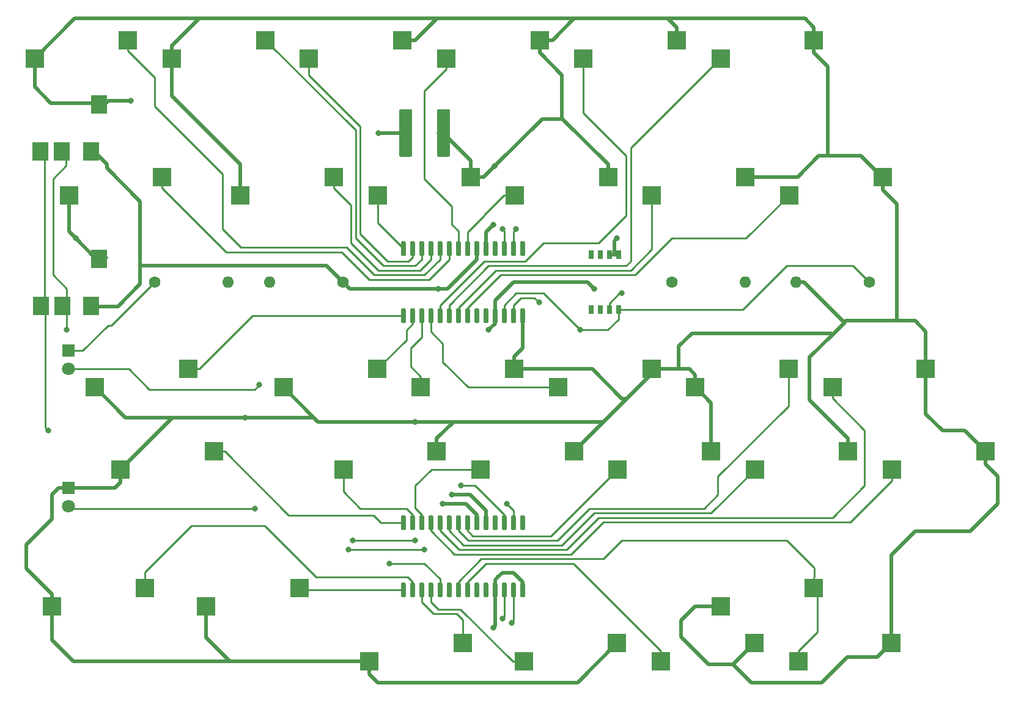
<source format=gbl>
G04 #@! TF.GenerationSoftware,KiCad,Pcbnew,5.1.2-f72e74a~84~ubuntu18.04.1*
G04 #@! TF.CreationDate,2019-06-15T16:10:17+09:00*
G04 #@! TF.ProjectId,left-PCB,6c656674-2d50-4434-922e-6b696361645f,rev?*
G04 #@! TF.SameCoordinates,Original*
G04 #@! TF.FileFunction,Copper,L2,Bot*
G04 #@! TF.FilePolarity,Positive*
%FSLAX46Y46*%
G04 Gerber Fmt 4.6, Leading zero omitted, Abs format (unit mm)*
G04 Created by KiCad (PCBNEW 5.1.2-f72e74a~84~ubuntu18.04.1) date 2019-06-15 16:10:17*
%MOMM*%
%LPD*%
G04 APERTURE LIST*
%ADD10R,2.550000X2.500000*%
%ADD11R,2.200000X2.500000*%
%ADD12C,0.100000*%
%ADD13C,0.600000*%
%ADD14R,0.760000X1.270000*%
%ADD15O,1.600000X1.600000*%
%ADD16C,1.600000*%
%ADD17C,1.800000*%
%ADD18R,1.800000X1.800000*%
%ADD19C,0.800000*%
%ADD20C,0.500000*%
%ADD21C,0.250000*%
G04 APERTURE END LIST*
D10*
X107967000Y-118420000D03*
X95040000Y-120960000D03*
D11*
X83950000Y-76875000D03*
X86950000Y-76875000D03*
X90950000Y-76875000D03*
X92050000Y-70375000D03*
X84025000Y-98250000D03*
X87025000Y-98250000D03*
X91025000Y-98250000D03*
X92125000Y-91750000D03*
D12*
G36*
X134409703Y-136625722D02*
G01*
X134424264Y-136627882D01*
X134438543Y-136631459D01*
X134452403Y-136636418D01*
X134465710Y-136642712D01*
X134478336Y-136650280D01*
X134490159Y-136659048D01*
X134501066Y-136668934D01*
X134510952Y-136679841D01*
X134519720Y-136691664D01*
X134527288Y-136704290D01*
X134533582Y-136717597D01*
X134538541Y-136731457D01*
X134542118Y-136745736D01*
X134544278Y-136760297D01*
X134545000Y-136775000D01*
X134545000Y-138525000D01*
X134544278Y-138539703D01*
X134542118Y-138554264D01*
X134538541Y-138568543D01*
X134533582Y-138582403D01*
X134527288Y-138595710D01*
X134519720Y-138608336D01*
X134510952Y-138620159D01*
X134501066Y-138631066D01*
X134490159Y-138640952D01*
X134478336Y-138649720D01*
X134465710Y-138657288D01*
X134452403Y-138663582D01*
X134438543Y-138668541D01*
X134424264Y-138672118D01*
X134409703Y-138674278D01*
X134395000Y-138675000D01*
X134095000Y-138675000D01*
X134080297Y-138674278D01*
X134065736Y-138672118D01*
X134051457Y-138668541D01*
X134037597Y-138663582D01*
X134024290Y-138657288D01*
X134011664Y-138649720D01*
X133999841Y-138640952D01*
X133988934Y-138631066D01*
X133979048Y-138620159D01*
X133970280Y-138608336D01*
X133962712Y-138595710D01*
X133956418Y-138582403D01*
X133951459Y-138568543D01*
X133947882Y-138554264D01*
X133945722Y-138539703D01*
X133945000Y-138525000D01*
X133945000Y-136775000D01*
X133945722Y-136760297D01*
X133947882Y-136745736D01*
X133951459Y-136731457D01*
X133956418Y-136717597D01*
X133962712Y-136704290D01*
X133970280Y-136691664D01*
X133979048Y-136679841D01*
X133988934Y-136668934D01*
X133999841Y-136659048D01*
X134011664Y-136650280D01*
X134024290Y-136642712D01*
X134037597Y-136636418D01*
X134051457Y-136631459D01*
X134065736Y-136627882D01*
X134080297Y-136625722D01*
X134095000Y-136625000D01*
X134395000Y-136625000D01*
X134409703Y-136625722D01*
X134409703Y-136625722D01*
G37*
D13*
X134245000Y-137650000D03*
D12*
G36*
X135679703Y-136625722D02*
G01*
X135694264Y-136627882D01*
X135708543Y-136631459D01*
X135722403Y-136636418D01*
X135735710Y-136642712D01*
X135748336Y-136650280D01*
X135760159Y-136659048D01*
X135771066Y-136668934D01*
X135780952Y-136679841D01*
X135789720Y-136691664D01*
X135797288Y-136704290D01*
X135803582Y-136717597D01*
X135808541Y-136731457D01*
X135812118Y-136745736D01*
X135814278Y-136760297D01*
X135815000Y-136775000D01*
X135815000Y-138525000D01*
X135814278Y-138539703D01*
X135812118Y-138554264D01*
X135808541Y-138568543D01*
X135803582Y-138582403D01*
X135797288Y-138595710D01*
X135789720Y-138608336D01*
X135780952Y-138620159D01*
X135771066Y-138631066D01*
X135760159Y-138640952D01*
X135748336Y-138649720D01*
X135735710Y-138657288D01*
X135722403Y-138663582D01*
X135708543Y-138668541D01*
X135694264Y-138672118D01*
X135679703Y-138674278D01*
X135665000Y-138675000D01*
X135365000Y-138675000D01*
X135350297Y-138674278D01*
X135335736Y-138672118D01*
X135321457Y-138668541D01*
X135307597Y-138663582D01*
X135294290Y-138657288D01*
X135281664Y-138649720D01*
X135269841Y-138640952D01*
X135258934Y-138631066D01*
X135249048Y-138620159D01*
X135240280Y-138608336D01*
X135232712Y-138595710D01*
X135226418Y-138582403D01*
X135221459Y-138568543D01*
X135217882Y-138554264D01*
X135215722Y-138539703D01*
X135215000Y-138525000D01*
X135215000Y-136775000D01*
X135215722Y-136760297D01*
X135217882Y-136745736D01*
X135221459Y-136731457D01*
X135226418Y-136717597D01*
X135232712Y-136704290D01*
X135240280Y-136691664D01*
X135249048Y-136679841D01*
X135258934Y-136668934D01*
X135269841Y-136659048D01*
X135281664Y-136650280D01*
X135294290Y-136642712D01*
X135307597Y-136636418D01*
X135321457Y-136631459D01*
X135335736Y-136627882D01*
X135350297Y-136625722D01*
X135365000Y-136625000D01*
X135665000Y-136625000D01*
X135679703Y-136625722D01*
X135679703Y-136625722D01*
G37*
D13*
X135515000Y-137650000D03*
D12*
G36*
X136949703Y-136625722D02*
G01*
X136964264Y-136627882D01*
X136978543Y-136631459D01*
X136992403Y-136636418D01*
X137005710Y-136642712D01*
X137018336Y-136650280D01*
X137030159Y-136659048D01*
X137041066Y-136668934D01*
X137050952Y-136679841D01*
X137059720Y-136691664D01*
X137067288Y-136704290D01*
X137073582Y-136717597D01*
X137078541Y-136731457D01*
X137082118Y-136745736D01*
X137084278Y-136760297D01*
X137085000Y-136775000D01*
X137085000Y-138525000D01*
X137084278Y-138539703D01*
X137082118Y-138554264D01*
X137078541Y-138568543D01*
X137073582Y-138582403D01*
X137067288Y-138595710D01*
X137059720Y-138608336D01*
X137050952Y-138620159D01*
X137041066Y-138631066D01*
X137030159Y-138640952D01*
X137018336Y-138649720D01*
X137005710Y-138657288D01*
X136992403Y-138663582D01*
X136978543Y-138668541D01*
X136964264Y-138672118D01*
X136949703Y-138674278D01*
X136935000Y-138675000D01*
X136635000Y-138675000D01*
X136620297Y-138674278D01*
X136605736Y-138672118D01*
X136591457Y-138668541D01*
X136577597Y-138663582D01*
X136564290Y-138657288D01*
X136551664Y-138649720D01*
X136539841Y-138640952D01*
X136528934Y-138631066D01*
X136519048Y-138620159D01*
X136510280Y-138608336D01*
X136502712Y-138595710D01*
X136496418Y-138582403D01*
X136491459Y-138568543D01*
X136487882Y-138554264D01*
X136485722Y-138539703D01*
X136485000Y-138525000D01*
X136485000Y-136775000D01*
X136485722Y-136760297D01*
X136487882Y-136745736D01*
X136491459Y-136731457D01*
X136496418Y-136717597D01*
X136502712Y-136704290D01*
X136510280Y-136691664D01*
X136519048Y-136679841D01*
X136528934Y-136668934D01*
X136539841Y-136659048D01*
X136551664Y-136650280D01*
X136564290Y-136642712D01*
X136577597Y-136636418D01*
X136591457Y-136631459D01*
X136605736Y-136627882D01*
X136620297Y-136625722D01*
X136635000Y-136625000D01*
X136935000Y-136625000D01*
X136949703Y-136625722D01*
X136949703Y-136625722D01*
G37*
D13*
X136785000Y-137650000D03*
D12*
G36*
X138219703Y-136625722D02*
G01*
X138234264Y-136627882D01*
X138248543Y-136631459D01*
X138262403Y-136636418D01*
X138275710Y-136642712D01*
X138288336Y-136650280D01*
X138300159Y-136659048D01*
X138311066Y-136668934D01*
X138320952Y-136679841D01*
X138329720Y-136691664D01*
X138337288Y-136704290D01*
X138343582Y-136717597D01*
X138348541Y-136731457D01*
X138352118Y-136745736D01*
X138354278Y-136760297D01*
X138355000Y-136775000D01*
X138355000Y-138525000D01*
X138354278Y-138539703D01*
X138352118Y-138554264D01*
X138348541Y-138568543D01*
X138343582Y-138582403D01*
X138337288Y-138595710D01*
X138329720Y-138608336D01*
X138320952Y-138620159D01*
X138311066Y-138631066D01*
X138300159Y-138640952D01*
X138288336Y-138649720D01*
X138275710Y-138657288D01*
X138262403Y-138663582D01*
X138248543Y-138668541D01*
X138234264Y-138672118D01*
X138219703Y-138674278D01*
X138205000Y-138675000D01*
X137905000Y-138675000D01*
X137890297Y-138674278D01*
X137875736Y-138672118D01*
X137861457Y-138668541D01*
X137847597Y-138663582D01*
X137834290Y-138657288D01*
X137821664Y-138649720D01*
X137809841Y-138640952D01*
X137798934Y-138631066D01*
X137789048Y-138620159D01*
X137780280Y-138608336D01*
X137772712Y-138595710D01*
X137766418Y-138582403D01*
X137761459Y-138568543D01*
X137757882Y-138554264D01*
X137755722Y-138539703D01*
X137755000Y-138525000D01*
X137755000Y-136775000D01*
X137755722Y-136760297D01*
X137757882Y-136745736D01*
X137761459Y-136731457D01*
X137766418Y-136717597D01*
X137772712Y-136704290D01*
X137780280Y-136691664D01*
X137789048Y-136679841D01*
X137798934Y-136668934D01*
X137809841Y-136659048D01*
X137821664Y-136650280D01*
X137834290Y-136642712D01*
X137847597Y-136636418D01*
X137861457Y-136631459D01*
X137875736Y-136627882D01*
X137890297Y-136625722D01*
X137905000Y-136625000D01*
X138205000Y-136625000D01*
X138219703Y-136625722D01*
X138219703Y-136625722D01*
G37*
D13*
X138055000Y-137650000D03*
D12*
G36*
X139489703Y-136625722D02*
G01*
X139504264Y-136627882D01*
X139518543Y-136631459D01*
X139532403Y-136636418D01*
X139545710Y-136642712D01*
X139558336Y-136650280D01*
X139570159Y-136659048D01*
X139581066Y-136668934D01*
X139590952Y-136679841D01*
X139599720Y-136691664D01*
X139607288Y-136704290D01*
X139613582Y-136717597D01*
X139618541Y-136731457D01*
X139622118Y-136745736D01*
X139624278Y-136760297D01*
X139625000Y-136775000D01*
X139625000Y-138525000D01*
X139624278Y-138539703D01*
X139622118Y-138554264D01*
X139618541Y-138568543D01*
X139613582Y-138582403D01*
X139607288Y-138595710D01*
X139599720Y-138608336D01*
X139590952Y-138620159D01*
X139581066Y-138631066D01*
X139570159Y-138640952D01*
X139558336Y-138649720D01*
X139545710Y-138657288D01*
X139532403Y-138663582D01*
X139518543Y-138668541D01*
X139504264Y-138672118D01*
X139489703Y-138674278D01*
X139475000Y-138675000D01*
X139175000Y-138675000D01*
X139160297Y-138674278D01*
X139145736Y-138672118D01*
X139131457Y-138668541D01*
X139117597Y-138663582D01*
X139104290Y-138657288D01*
X139091664Y-138649720D01*
X139079841Y-138640952D01*
X139068934Y-138631066D01*
X139059048Y-138620159D01*
X139050280Y-138608336D01*
X139042712Y-138595710D01*
X139036418Y-138582403D01*
X139031459Y-138568543D01*
X139027882Y-138554264D01*
X139025722Y-138539703D01*
X139025000Y-138525000D01*
X139025000Y-136775000D01*
X139025722Y-136760297D01*
X139027882Y-136745736D01*
X139031459Y-136731457D01*
X139036418Y-136717597D01*
X139042712Y-136704290D01*
X139050280Y-136691664D01*
X139059048Y-136679841D01*
X139068934Y-136668934D01*
X139079841Y-136659048D01*
X139091664Y-136650280D01*
X139104290Y-136642712D01*
X139117597Y-136636418D01*
X139131457Y-136631459D01*
X139145736Y-136627882D01*
X139160297Y-136625722D01*
X139175000Y-136625000D01*
X139475000Y-136625000D01*
X139489703Y-136625722D01*
X139489703Y-136625722D01*
G37*
D13*
X139325000Y-137650000D03*
D12*
G36*
X140759703Y-136625722D02*
G01*
X140774264Y-136627882D01*
X140788543Y-136631459D01*
X140802403Y-136636418D01*
X140815710Y-136642712D01*
X140828336Y-136650280D01*
X140840159Y-136659048D01*
X140851066Y-136668934D01*
X140860952Y-136679841D01*
X140869720Y-136691664D01*
X140877288Y-136704290D01*
X140883582Y-136717597D01*
X140888541Y-136731457D01*
X140892118Y-136745736D01*
X140894278Y-136760297D01*
X140895000Y-136775000D01*
X140895000Y-138525000D01*
X140894278Y-138539703D01*
X140892118Y-138554264D01*
X140888541Y-138568543D01*
X140883582Y-138582403D01*
X140877288Y-138595710D01*
X140869720Y-138608336D01*
X140860952Y-138620159D01*
X140851066Y-138631066D01*
X140840159Y-138640952D01*
X140828336Y-138649720D01*
X140815710Y-138657288D01*
X140802403Y-138663582D01*
X140788543Y-138668541D01*
X140774264Y-138672118D01*
X140759703Y-138674278D01*
X140745000Y-138675000D01*
X140445000Y-138675000D01*
X140430297Y-138674278D01*
X140415736Y-138672118D01*
X140401457Y-138668541D01*
X140387597Y-138663582D01*
X140374290Y-138657288D01*
X140361664Y-138649720D01*
X140349841Y-138640952D01*
X140338934Y-138631066D01*
X140329048Y-138620159D01*
X140320280Y-138608336D01*
X140312712Y-138595710D01*
X140306418Y-138582403D01*
X140301459Y-138568543D01*
X140297882Y-138554264D01*
X140295722Y-138539703D01*
X140295000Y-138525000D01*
X140295000Y-136775000D01*
X140295722Y-136760297D01*
X140297882Y-136745736D01*
X140301459Y-136731457D01*
X140306418Y-136717597D01*
X140312712Y-136704290D01*
X140320280Y-136691664D01*
X140329048Y-136679841D01*
X140338934Y-136668934D01*
X140349841Y-136659048D01*
X140361664Y-136650280D01*
X140374290Y-136642712D01*
X140387597Y-136636418D01*
X140401457Y-136631459D01*
X140415736Y-136627882D01*
X140430297Y-136625722D01*
X140445000Y-136625000D01*
X140745000Y-136625000D01*
X140759703Y-136625722D01*
X140759703Y-136625722D01*
G37*
D13*
X140595000Y-137650000D03*
D12*
G36*
X142029703Y-136625722D02*
G01*
X142044264Y-136627882D01*
X142058543Y-136631459D01*
X142072403Y-136636418D01*
X142085710Y-136642712D01*
X142098336Y-136650280D01*
X142110159Y-136659048D01*
X142121066Y-136668934D01*
X142130952Y-136679841D01*
X142139720Y-136691664D01*
X142147288Y-136704290D01*
X142153582Y-136717597D01*
X142158541Y-136731457D01*
X142162118Y-136745736D01*
X142164278Y-136760297D01*
X142165000Y-136775000D01*
X142165000Y-138525000D01*
X142164278Y-138539703D01*
X142162118Y-138554264D01*
X142158541Y-138568543D01*
X142153582Y-138582403D01*
X142147288Y-138595710D01*
X142139720Y-138608336D01*
X142130952Y-138620159D01*
X142121066Y-138631066D01*
X142110159Y-138640952D01*
X142098336Y-138649720D01*
X142085710Y-138657288D01*
X142072403Y-138663582D01*
X142058543Y-138668541D01*
X142044264Y-138672118D01*
X142029703Y-138674278D01*
X142015000Y-138675000D01*
X141715000Y-138675000D01*
X141700297Y-138674278D01*
X141685736Y-138672118D01*
X141671457Y-138668541D01*
X141657597Y-138663582D01*
X141644290Y-138657288D01*
X141631664Y-138649720D01*
X141619841Y-138640952D01*
X141608934Y-138631066D01*
X141599048Y-138620159D01*
X141590280Y-138608336D01*
X141582712Y-138595710D01*
X141576418Y-138582403D01*
X141571459Y-138568543D01*
X141567882Y-138554264D01*
X141565722Y-138539703D01*
X141565000Y-138525000D01*
X141565000Y-136775000D01*
X141565722Y-136760297D01*
X141567882Y-136745736D01*
X141571459Y-136731457D01*
X141576418Y-136717597D01*
X141582712Y-136704290D01*
X141590280Y-136691664D01*
X141599048Y-136679841D01*
X141608934Y-136668934D01*
X141619841Y-136659048D01*
X141631664Y-136650280D01*
X141644290Y-136642712D01*
X141657597Y-136636418D01*
X141671457Y-136631459D01*
X141685736Y-136627882D01*
X141700297Y-136625722D01*
X141715000Y-136625000D01*
X142015000Y-136625000D01*
X142029703Y-136625722D01*
X142029703Y-136625722D01*
G37*
D13*
X141865000Y-137650000D03*
D12*
G36*
X143299703Y-136625722D02*
G01*
X143314264Y-136627882D01*
X143328543Y-136631459D01*
X143342403Y-136636418D01*
X143355710Y-136642712D01*
X143368336Y-136650280D01*
X143380159Y-136659048D01*
X143391066Y-136668934D01*
X143400952Y-136679841D01*
X143409720Y-136691664D01*
X143417288Y-136704290D01*
X143423582Y-136717597D01*
X143428541Y-136731457D01*
X143432118Y-136745736D01*
X143434278Y-136760297D01*
X143435000Y-136775000D01*
X143435000Y-138525000D01*
X143434278Y-138539703D01*
X143432118Y-138554264D01*
X143428541Y-138568543D01*
X143423582Y-138582403D01*
X143417288Y-138595710D01*
X143409720Y-138608336D01*
X143400952Y-138620159D01*
X143391066Y-138631066D01*
X143380159Y-138640952D01*
X143368336Y-138649720D01*
X143355710Y-138657288D01*
X143342403Y-138663582D01*
X143328543Y-138668541D01*
X143314264Y-138672118D01*
X143299703Y-138674278D01*
X143285000Y-138675000D01*
X142985000Y-138675000D01*
X142970297Y-138674278D01*
X142955736Y-138672118D01*
X142941457Y-138668541D01*
X142927597Y-138663582D01*
X142914290Y-138657288D01*
X142901664Y-138649720D01*
X142889841Y-138640952D01*
X142878934Y-138631066D01*
X142869048Y-138620159D01*
X142860280Y-138608336D01*
X142852712Y-138595710D01*
X142846418Y-138582403D01*
X142841459Y-138568543D01*
X142837882Y-138554264D01*
X142835722Y-138539703D01*
X142835000Y-138525000D01*
X142835000Y-136775000D01*
X142835722Y-136760297D01*
X142837882Y-136745736D01*
X142841459Y-136731457D01*
X142846418Y-136717597D01*
X142852712Y-136704290D01*
X142860280Y-136691664D01*
X142869048Y-136679841D01*
X142878934Y-136668934D01*
X142889841Y-136659048D01*
X142901664Y-136650280D01*
X142914290Y-136642712D01*
X142927597Y-136636418D01*
X142941457Y-136631459D01*
X142955736Y-136627882D01*
X142970297Y-136625722D01*
X142985000Y-136625000D01*
X143285000Y-136625000D01*
X143299703Y-136625722D01*
X143299703Y-136625722D01*
G37*
D13*
X143135000Y-137650000D03*
D12*
G36*
X144569703Y-136625722D02*
G01*
X144584264Y-136627882D01*
X144598543Y-136631459D01*
X144612403Y-136636418D01*
X144625710Y-136642712D01*
X144638336Y-136650280D01*
X144650159Y-136659048D01*
X144661066Y-136668934D01*
X144670952Y-136679841D01*
X144679720Y-136691664D01*
X144687288Y-136704290D01*
X144693582Y-136717597D01*
X144698541Y-136731457D01*
X144702118Y-136745736D01*
X144704278Y-136760297D01*
X144705000Y-136775000D01*
X144705000Y-138525000D01*
X144704278Y-138539703D01*
X144702118Y-138554264D01*
X144698541Y-138568543D01*
X144693582Y-138582403D01*
X144687288Y-138595710D01*
X144679720Y-138608336D01*
X144670952Y-138620159D01*
X144661066Y-138631066D01*
X144650159Y-138640952D01*
X144638336Y-138649720D01*
X144625710Y-138657288D01*
X144612403Y-138663582D01*
X144598543Y-138668541D01*
X144584264Y-138672118D01*
X144569703Y-138674278D01*
X144555000Y-138675000D01*
X144255000Y-138675000D01*
X144240297Y-138674278D01*
X144225736Y-138672118D01*
X144211457Y-138668541D01*
X144197597Y-138663582D01*
X144184290Y-138657288D01*
X144171664Y-138649720D01*
X144159841Y-138640952D01*
X144148934Y-138631066D01*
X144139048Y-138620159D01*
X144130280Y-138608336D01*
X144122712Y-138595710D01*
X144116418Y-138582403D01*
X144111459Y-138568543D01*
X144107882Y-138554264D01*
X144105722Y-138539703D01*
X144105000Y-138525000D01*
X144105000Y-136775000D01*
X144105722Y-136760297D01*
X144107882Y-136745736D01*
X144111459Y-136731457D01*
X144116418Y-136717597D01*
X144122712Y-136704290D01*
X144130280Y-136691664D01*
X144139048Y-136679841D01*
X144148934Y-136668934D01*
X144159841Y-136659048D01*
X144171664Y-136650280D01*
X144184290Y-136642712D01*
X144197597Y-136636418D01*
X144211457Y-136631459D01*
X144225736Y-136627882D01*
X144240297Y-136625722D01*
X144255000Y-136625000D01*
X144555000Y-136625000D01*
X144569703Y-136625722D01*
X144569703Y-136625722D01*
G37*
D13*
X144405000Y-137650000D03*
D12*
G36*
X145839703Y-136625722D02*
G01*
X145854264Y-136627882D01*
X145868543Y-136631459D01*
X145882403Y-136636418D01*
X145895710Y-136642712D01*
X145908336Y-136650280D01*
X145920159Y-136659048D01*
X145931066Y-136668934D01*
X145940952Y-136679841D01*
X145949720Y-136691664D01*
X145957288Y-136704290D01*
X145963582Y-136717597D01*
X145968541Y-136731457D01*
X145972118Y-136745736D01*
X145974278Y-136760297D01*
X145975000Y-136775000D01*
X145975000Y-138525000D01*
X145974278Y-138539703D01*
X145972118Y-138554264D01*
X145968541Y-138568543D01*
X145963582Y-138582403D01*
X145957288Y-138595710D01*
X145949720Y-138608336D01*
X145940952Y-138620159D01*
X145931066Y-138631066D01*
X145920159Y-138640952D01*
X145908336Y-138649720D01*
X145895710Y-138657288D01*
X145882403Y-138663582D01*
X145868543Y-138668541D01*
X145854264Y-138672118D01*
X145839703Y-138674278D01*
X145825000Y-138675000D01*
X145525000Y-138675000D01*
X145510297Y-138674278D01*
X145495736Y-138672118D01*
X145481457Y-138668541D01*
X145467597Y-138663582D01*
X145454290Y-138657288D01*
X145441664Y-138649720D01*
X145429841Y-138640952D01*
X145418934Y-138631066D01*
X145409048Y-138620159D01*
X145400280Y-138608336D01*
X145392712Y-138595710D01*
X145386418Y-138582403D01*
X145381459Y-138568543D01*
X145377882Y-138554264D01*
X145375722Y-138539703D01*
X145375000Y-138525000D01*
X145375000Y-136775000D01*
X145375722Y-136760297D01*
X145377882Y-136745736D01*
X145381459Y-136731457D01*
X145386418Y-136717597D01*
X145392712Y-136704290D01*
X145400280Y-136691664D01*
X145409048Y-136679841D01*
X145418934Y-136668934D01*
X145429841Y-136659048D01*
X145441664Y-136650280D01*
X145454290Y-136642712D01*
X145467597Y-136636418D01*
X145481457Y-136631459D01*
X145495736Y-136627882D01*
X145510297Y-136625722D01*
X145525000Y-136625000D01*
X145825000Y-136625000D01*
X145839703Y-136625722D01*
X145839703Y-136625722D01*
G37*
D13*
X145675000Y-137650000D03*
D12*
G36*
X147109703Y-136625722D02*
G01*
X147124264Y-136627882D01*
X147138543Y-136631459D01*
X147152403Y-136636418D01*
X147165710Y-136642712D01*
X147178336Y-136650280D01*
X147190159Y-136659048D01*
X147201066Y-136668934D01*
X147210952Y-136679841D01*
X147219720Y-136691664D01*
X147227288Y-136704290D01*
X147233582Y-136717597D01*
X147238541Y-136731457D01*
X147242118Y-136745736D01*
X147244278Y-136760297D01*
X147245000Y-136775000D01*
X147245000Y-138525000D01*
X147244278Y-138539703D01*
X147242118Y-138554264D01*
X147238541Y-138568543D01*
X147233582Y-138582403D01*
X147227288Y-138595710D01*
X147219720Y-138608336D01*
X147210952Y-138620159D01*
X147201066Y-138631066D01*
X147190159Y-138640952D01*
X147178336Y-138649720D01*
X147165710Y-138657288D01*
X147152403Y-138663582D01*
X147138543Y-138668541D01*
X147124264Y-138672118D01*
X147109703Y-138674278D01*
X147095000Y-138675000D01*
X146795000Y-138675000D01*
X146780297Y-138674278D01*
X146765736Y-138672118D01*
X146751457Y-138668541D01*
X146737597Y-138663582D01*
X146724290Y-138657288D01*
X146711664Y-138649720D01*
X146699841Y-138640952D01*
X146688934Y-138631066D01*
X146679048Y-138620159D01*
X146670280Y-138608336D01*
X146662712Y-138595710D01*
X146656418Y-138582403D01*
X146651459Y-138568543D01*
X146647882Y-138554264D01*
X146645722Y-138539703D01*
X146645000Y-138525000D01*
X146645000Y-136775000D01*
X146645722Y-136760297D01*
X146647882Y-136745736D01*
X146651459Y-136731457D01*
X146656418Y-136717597D01*
X146662712Y-136704290D01*
X146670280Y-136691664D01*
X146679048Y-136679841D01*
X146688934Y-136668934D01*
X146699841Y-136659048D01*
X146711664Y-136650280D01*
X146724290Y-136642712D01*
X146737597Y-136636418D01*
X146751457Y-136631459D01*
X146765736Y-136627882D01*
X146780297Y-136625722D01*
X146795000Y-136625000D01*
X147095000Y-136625000D01*
X147109703Y-136625722D01*
X147109703Y-136625722D01*
G37*
D13*
X146945000Y-137650000D03*
D12*
G36*
X148379703Y-136625722D02*
G01*
X148394264Y-136627882D01*
X148408543Y-136631459D01*
X148422403Y-136636418D01*
X148435710Y-136642712D01*
X148448336Y-136650280D01*
X148460159Y-136659048D01*
X148471066Y-136668934D01*
X148480952Y-136679841D01*
X148489720Y-136691664D01*
X148497288Y-136704290D01*
X148503582Y-136717597D01*
X148508541Y-136731457D01*
X148512118Y-136745736D01*
X148514278Y-136760297D01*
X148515000Y-136775000D01*
X148515000Y-138525000D01*
X148514278Y-138539703D01*
X148512118Y-138554264D01*
X148508541Y-138568543D01*
X148503582Y-138582403D01*
X148497288Y-138595710D01*
X148489720Y-138608336D01*
X148480952Y-138620159D01*
X148471066Y-138631066D01*
X148460159Y-138640952D01*
X148448336Y-138649720D01*
X148435710Y-138657288D01*
X148422403Y-138663582D01*
X148408543Y-138668541D01*
X148394264Y-138672118D01*
X148379703Y-138674278D01*
X148365000Y-138675000D01*
X148065000Y-138675000D01*
X148050297Y-138674278D01*
X148035736Y-138672118D01*
X148021457Y-138668541D01*
X148007597Y-138663582D01*
X147994290Y-138657288D01*
X147981664Y-138649720D01*
X147969841Y-138640952D01*
X147958934Y-138631066D01*
X147949048Y-138620159D01*
X147940280Y-138608336D01*
X147932712Y-138595710D01*
X147926418Y-138582403D01*
X147921459Y-138568543D01*
X147917882Y-138554264D01*
X147915722Y-138539703D01*
X147915000Y-138525000D01*
X147915000Y-136775000D01*
X147915722Y-136760297D01*
X147917882Y-136745736D01*
X147921459Y-136731457D01*
X147926418Y-136717597D01*
X147932712Y-136704290D01*
X147940280Y-136691664D01*
X147949048Y-136679841D01*
X147958934Y-136668934D01*
X147969841Y-136659048D01*
X147981664Y-136650280D01*
X147994290Y-136642712D01*
X148007597Y-136636418D01*
X148021457Y-136631459D01*
X148035736Y-136627882D01*
X148050297Y-136625722D01*
X148065000Y-136625000D01*
X148365000Y-136625000D01*
X148379703Y-136625722D01*
X148379703Y-136625722D01*
G37*
D13*
X148215000Y-137650000D03*
D12*
G36*
X149649703Y-136625722D02*
G01*
X149664264Y-136627882D01*
X149678543Y-136631459D01*
X149692403Y-136636418D01*
X149705710Y-136642712D01*
X149718336Y-136650280D01*
X149730159Y-136659048D01*
X149741066Y-136668934D01*
X149750952Y-136679841D01*
X149759720Y-136691664D01*
X149767288Y-136704290D01*
X149773582Y-136717597D01*
X149778541Y-136731457D01*
X149782118Y-136745736D01*
X149784278Y-136760297D01*
X149785000Y-136775000D01*
X149785000Y-138525000D01*
X149784278Y-138539703D01*
X149782118Y-138554264D01*
X149778541Y-138568543D01*
X149773582Y-138582403D01*
X149767288Y-138595710D01*
X149759720Y-138608336D01*
X149750952Y-138620159D01*
X149741066Y-138631066D01*
X149730159Y-138640952D01*
X149718336Y-138649720D01*
X149705710Y-138657288D01*
X149692403Y-138663582D01*
X149678543Y-138668541D01*
X149664264Y-138672118D01*
X149649703Y-138674278D01*
X149635000Y-138675000D01*
X149335000Y-138675000D01*
X149320297Y-138674278D01*
X149305736Y-138672118D01*
X149291457Y-138668541D01*
X149277597Y-138663582D01*
X149264290Y-138657288D01*
X149251664Y-138649720D01*
X149239841Y-138640952D01*
X149228934Y-138631066D01*
X149219048Y-138620159D01*
X149210280Y-138608336D01*
X149202712Y-138595710D01*
X149196418Y-138582403D01*
X149191459Y-138568543D01*
X149187882Y-138554264D01*
X149185722Y-138539703D01*
X149185000Y-138525000D01*
X149185000Y-136775000D01*
X149185722Y-136760297D01*
X149187882Y-136745736D01*
X149191459Y-136731457D01*
X149196418Y-136717597D01*
X149202712Y-136704290D01*
X149210280Y-136691664D01*
X149219048Y-136679841D01*
X149228934Y-136668934D01*
X149239841Y-136659048D01*
X149251664Y-136650280D01*
X149264290Y-136642712D01*
X149277597Y-136636418D01*
X149291457Y-136631459D01*
X149305736Y-136627882D01*
X149320297Y-136625722D01*
X149335000Y-136625000D01*
X149635000Y-136625000D01*
X149649703Y-136625722D01*
X149649703Y-136625722D01*
G37*
D13*
X149485000Y-137650000D03*
D12*
G36*
X150919703Y-136625722D02*
G01*
X150934264Y-136627882D01*
X150948543Y-136631459D01*
X150962403Y-136636418D01*
X150975710Y-136642712D01*
X150988336Y-136650280D01*
X151000159Y-136659048D01*
X151011066Y-136668934D01*
X151020952Y-136679841D01*
X151029720Y-136691664D01*
X151037288Y-136704290D01*
X151043582Y-136717597D01*
X151048541Y-136731457D01*
X151052118Y-136745736D01*
X151054278Y-136760297D01*
X151055000Y-136775000D01*
X151055000Y-138525000D01*
X151054278Y-138539703D01*
X151052118Y-138554264D01*
X151048541Y-138568543D01*
X151043582Y-138582403D01*
X151037288Y-138595710D01*
X151029720Y-138608336D01*
X151020952Y-138620159D01*
X151011066Y-138631066D01*
X151000159Y-138640952D01*
X150988336Y-138649720D01*
X150975710Y-138657288D01*
X150962403Y-138663582D01*
X150948543Y-138668541D01*
X150934264Y-138672118D01*
X150919703Y-138674278D01*
X150905000Y-138675000D01*
X150605000Y-138675000D01*
X150590297Y-138674278D01*
X150575736Y-138672118D01*
X150561457Y-138668541D01*
X150547597Y-138663582D01*
X150534290Y-138657288D01*
X150521664Y-138649720D01*
X150509841Y-138640952D01*
X150498934Y-138631066D01*
X150489048Y-138620159D01*
X150480280Y-138608336D01*
X150472712Y-138595710D01*
X150466418Y-138582403D01*
X150461459Y-138568543D01*
X150457882Y-138554264D01*
X150455722Y-138539703D01*
X150455000Y-138525000D01*
X150455000Y-136775000D01*
X150455722Y-136760297D01*
X150457882Y-136745736D01*
X150461459Y-136731457D01*
X150466418Y-136717597D01*
X150472712Y-136704290D01*
X150480280Y-136691664D01*
X150489048Y-136679841D01*
X150498934Y-136668934D01*
X150509841Y-136659048D01*
X150521664Y-136650280D01*
X150534290Y-136642712D01*
X150547597Y-136636418D01*
X150561457Y-136631459D01*
X150575736Y-136627882D01*
X150590297Y-136625722D01*
X150605000Y-136625000D01*
X150905000Y-136625000D01*
X150919703Y-136625722D01*
X150919703Y-136625722D01*
G37*
D13*
X150755000Y-137650000D03*
D12*
G36*
X150919703Y-127325722D02*
G01*
X150934264Y-127327882D01*
X150948543Y-127331459D01*
X150962403Y-127336418D01*
X150975710Y-127342712D01*
X150988336Y-127350280D01*
X151000159Y-127359048D01*
X151011066Y-127368934D01*
X151020952Y-127379841D01*
X151029720Y-127391664D01*
X151037288Y-127404290D01*
X151043582Y-127417597D01*
X151048541Y-127431457D01*
X151052118Y-127445736D01*
X151054278Y-127460297D01*
X151055000Y-127475000D01*
X151055000Y-129225000D01*
X151054278Y-129239703D01*
X151052118Y-129254264D01*
X151048541Y-129268543D01*
X151043582Y-129282403D01*
X151037288Y-129295710D01*
X151029720Y-129308336D01*
X151020952Y-129320159D01*
X151011066Y-129331066D01*
X151000159Y-129340952D01*
X150988336Y-129349720D01*
X150975710Y-129357288D01*
X150962403Y-129363582D01*
X150948543Y-129368541D01*
X150934264Y-129372118D01*
X150919703Y-129374278D01*
X150905000Y-129375000D01*
X150605000Y-129375000D01*
X150590297Y-129374278D01*
X150575736Y-129372118D01*
X150561457Y-129368541D01*
X150547597Y-129363582D01*
X150534290Y-129357288D01*
X150521664Y-129349720D01*
X150509841Y-129340952D01*
X150498934Y-129331066D01*
X150489048Y-129320159D01*
X150480280Y-129308336D01*
X150472712Y-129295710D01*
X150466418Y-129282403D01*
X150461459Y-129268543D01*
X150457882Y-129254264D01*
X150455722Y-129239703D01*
X150455000Y-129225000D01*
X150455000Y-127475000D01*
X150455722Y-127460297D01*
X150457882Y-127445736D01*
X150461459Y-127431457D01*
X150466418Y-127417597D01*
X150472712Y-127404290D01*
X150480280Y-127391664D01*
X150489048Y-127379841D01*
X150498934Y-127368934D01*
X150509841Y-127359048D01*
X150521664Y-127350280D01*
X150534290Y-127342712D01*
X150547597Y-127336418D01*
X150561457Y-127331459D01*
X150575736Y-127327882D01*
X150590297Y-127325722D01*
X150605000Y-127325000D01*
X150905000Y-127325000D01*
X150919703Y-127325722D01*
X150919703Y-127325722D01*
G37*
D13*
X150755000Y-128350000D03*
D12*
G36*
X149649703Y-127325722D02*
G01*
X149664264Y-127327882D01*
X149678543Y-127331459D01*
X149692403Y-127336418D01*
X149705710Y-127342712D01*
X149718336Y-127350280D01*
X149730159Y-127359048D01*
X149741066Y-127368934D01*
X149750952Y-127379841D01*
X149759720Y-127391664D01*
X149767288Y-127404290D01*
X149773582Y-127417597D01*
X149778541Y-127431457D01*
X149782118Y-127445736D01*
X149784278Y-127460297D01*
X149785000Y-127475000D01*
X149785000Y-129225000D01*
X149784278Y-129239703D01*
X149782118Y-129254264D01*
X149778541Y-129268543D01*
X149773582Y-129282403D01*
X149767288Y-129295710D01*
X149759720Y-129308336D01*
X149750952Y-129320159D01*
X149741066Y-129331066D01*
X149730159Y-129340952D01*
X149718336Y-129349720D01*
X149705710Y-129357288D01*
X149692403Y-129363582D01*
X149678543Y-129368541D01*
X149664264Y-129372118D01*
X149649703Y-129374278D01*
X149635000Y-129375000D01*
X149335000Y-129375000D01*
X149320297Y-129374278D01*
X149305736Y-129372118D01*
X149291457Y-129368541D01*
X149277597Y-129363582D01*
X149264290Y-129357288D01*
X149251664Y-129349720D01*
X149239841Y-129340952D01*
X149228934Y-129331066D01*
X149219048Y-129320159D01*
X149210280Y-129308336D01*
X149202712Y-129295710D01*
X149196418Y-129282403D01*
X149191459Y-129268543D01*
X149187882Y-129254264D01*
X149185722Y-129239703D01*
X149185000Y-129225000D01*
X149185000Y-127475000D01*
X149185722Y-127460297D01*
X149187882Y-127445736D01*
X149191459Y-127431457D01*
X149196418Y-127417597D01*
X149202712Y-127404290D01*
X149210280Y-127391664D01*
X149219048Y-127379841D01*
X149228934Y-127368934D01*
X149239841Y-127359048D01*
X149251664Y-127350280D01*
X149264290Y-127342712D01*
X149277597Y-127336418D01*
X149291457Y-127331459D01*
X149305736Y-127327882D01*
X149320297Y-127325722D01*
X149335000Y-127325000D01*
X149635000Y-127325000D01*
X149649703Y-127325722D01*
X149649703Y-127325722D01*
G37*
D13*
X149485000Y-128350000D03*
D12*
G36*
X148379703Y-127325722D02*
G01*
X148394264Y-127327882D01*
X148408543Y-127331459D01*
X148422403Y-127336418D01*
X148435710Y-127342712D01*
X148448336Y-127350280D01*
X148460159Y-127359048D01*
X148471066Y-127368934D01*
X148480952Y-127379841D01*
X148489720Y-127391664D01*
X148497288Y-127404290D01*
X148503582Y-127417597D01*
X148508541Y-127431457D01*
X148512118Y-127445736D01*
X148514278Y-127460297D01*
X148515000Y-127475000D01*
X148515000Y-129225000D01*
X148514278Y-129239703D01*
X148512118Y-129254264D01*
X148508541Y-129268543D01*
X148503582Y-129282403D01*
X148497288Y-129295710D01*
X148489720Y-129308336D01*
X148480952Y-129320159D01*
X148471066Y-129331066D01*
X148460159Y-129340952D01*
X148448336Y-129349720D01*
X148435710Y-129357288D01*
X148422403Y-129363582D01*
X148408543Y-129368541D01*
X148394264Y-129372118D01*
X148379703Y-129374278D01*
X148365000Y-129375000D01*
X148065000Y-129375000D01*
X148050297Y-129374278D01*
X148035736Y-129372118D01*
X148021457Y-129368541D01*
X148007597Y-129363582D01*
X147994290Y-129357288D01*
X147981664Y-129349720D01*
X147969841Y-129340952D01*
X147958934Y-129331066D01*
X147949048Y-129320159D01*
X147940280Y-129308336D01*
X147932712Y-129295710D01*
X147926418Y-129282403D01*
X147921459Y-129268543D01*
X147917882Y-129254264D01*
X147915722Y-129239703D01*
X147915000Y-129225000D01*
X147915000Y-127475000D01*
X147915722Y-127460297D01*
X147917882Y-127445736D01*
X147921459Y-127431457D01*
X147926418Y-127417597D01*
X147932712Y-127404290D01*
X147940280Y-127391664D01*
X147949048Y-127379841D01*
X147958934Y-127368934D01*
X147969841Y-127359048D01*
X147981664Y-127350280D01*
X147994290Y-127342712D01*
X148007597Y-127336418D01*
X148021457Y-127331459D01*
X148035736Y-127327882D01*
X148050297Y-127325722D01*
X148065000Y-127325000D01*
X148365000Y-127325000D01*
X148379703Y-127325722D01*
X148379703Y-127325722D01*
G37*
D13*
X148215000Y-128350000D03*
D12*
G36*
X147109703Y-127325722D02*
G01*
X147124264Y-127327882D01*
X147138543Y-127331459D01*
X147152403Y-127336418D01*
X147165710Y-127342712D01*
X147178336Y-127350280D01*
X147190159Y-127359048D01*
X147201066Y-127368934D01*
X147210952Y-127379841D01*
X147219720Y-127391664D01*
X147227288Y-127404290D01*
X147233582Y-127417597D01*
X147238541Y-127431457D01*
X147242118Y-127445736D01*
X147244278Y-127460297D01*
X147245000Y-127475000D01*
X147245000Y-129225000D01*
X147244278Y-129239703D01*
X147242118Y-129254264D01*
X147238541Y-129268543D01*
X147233582Y-129282403D01*
X147227288Y-129295710D01*
X147219720Y-129308336D01*
X147210952Y-129320159D01*
X147201066Y-129331066D01*
X147190159Y-129340952D01*
X147178336Y-129349720D01*
X147165710Y-129357288D01*
X147152403Y-129363582D01*
X147138543Y-129368541D01*
X147124264Y-129372118D01*
X147109703Y-129374278D01*
X147095000Y-129375000D01*
X146795000Y-129375000D01*
X146780297Y-129374278D01*
X146765736Y-129372118D01*
X146751457Y-129368541D01*
X146737597Y-129363582D01*
X146724290Y-129357288D01*
X146711664Y-129349720D01*
X146699841Y-129340952D01*
X146688934Y-129331066D01*
X146679048Y-129320159D01*
X146670280Y-129308336D01*
X146662712Y-129295710D01*
X146656418Y-129282403D01*
X146651459Y-129268543D01*
X146647882Y-129254264D01*
X146645722Y-129239703D01*
X146645000Y-129225000D01*
X146645000Y-127475000D01*
X146645722Y-127460297D01*
X146647882Y-127445736D01*
X146651459Y-127431457D01*
X146656418Y-127417597D01*
X146662712Y-127404290D01*
X146670280Y-127391664D01*
X146679048Y-127379841D01*
X146688934Y-127368934D01*
X146699841Y-127359048D01*
X146711664Y-127350280D01*
X146724290Y-127342712D01*
X146737597Y-127336418D01*
X146751457Y-127331459D01*
X146765736Y-127327882D01*
X146780297Y-127325722D01*
X146795000Y-127325000D01*
X147095000Y-127325000D01*
X147109703Y-127325722D01*
X147109703Y-127325722D01*
G37*
D13*
X146945000Y-128350000D03*
D12*
G36*
X145839703Y-127325722D02*
G01*
X145854264Y-127327882D01*
X145868543Y-127331459D01*
X145882403Y-127336418D01*
X145895710Y-127342712D01*
X145908336Y-127350280D01*
X145920159Y-127359048D01*
X145931066Y-127368934D01*
X145940952Y-127379841D01*
X145949720Y-127391664D01*
X145957288Y-127404290D01*
X145963582Y-127417597D01*
X145968541Y-127431457D01*
X145972118Y-127445736D01*
X145974278Y-127460297D01*
X145975000Y-127475000D01*
X145975000Y-129225000D01*
X145974278Y-129239703D01*
X145972118Y-129254264D01*
X145968541Y-129268543D01*
X145963582Y-129282403D01*
X145957288Y-129295710D01*
X145949720Y-129308336D01*
X145940952Y-129320159D01*
X145931066Y-129331066D01*
X145920159Y-129340952D01*
X145908336Y-129349720D01*
X145895710Y-129357288D01*
X145882403Y-129363582D01*
X145868543Y-129368541D01*
X145854264Y-129372118D01*
X145839703Y-129374278D01*
X145825000Y-129375000D01*
X145525000Y-129375000D01*
X145510297Y-129374278D01*
X145495736Y-129372118D01*
X145481457Y-129368541D01*
X145467597Y-129363582D01*
X145454290Y-129357288D01*
X145441664Y-129349720D01*
X145429841Y-129340952D01*
X145418934Y-129331066D01*
X145409048Y-129320159D01*
X145400280Y-129308336D01*
X145392712Y-129295710D01*
X145386418Y-129282403D01*
X145381459Y-129268543D01*
X145377882Y-129254264D01*
X145375722Y-129239703D01*
X145375000Y-129225000D01*
X145375000Y-127475000D01*
X145375722Y-127460297D01*
X145377882Y-127445736D01*
X145381459Y-127431457D01*
X145386418Y-127417597D01*
X145392712Y-127404290D01*
X145400280Y-127391664D01*
X145409048Y-127379841D01*
X145418934Y-127368934D01*
X145429841Y-127359048D01*
X145441664Y-127350280D01*
X145454290Y-127342712D01*
X145467597Y-127336418D01*
X145481457Y-127331459D01*
X145495736Y-127327882D01*
X145510297Y-127325722D01*
X145525000Y-127325000D01*
X145825000Y-127325000D01*
X145839703Y-127325722D01*
X145839703Y-127325722D01*
G37*
D13*
X145675000Y-128350000D03*
D12*
G36*
X144569703Y-127325722D02*
G01*
X144584264Y-127327882D01*
X144598543Y-127331459D01*
X144612403Y-127336418D01*
X144625710Y-127342712D01*
X144638336Y-127350280D01*
X144650159Y-127359048D01*
X144661066Y-127368934D01*
X144670952Y-127379841D01*
X144679720Y-127391664D01*
X144687288Y-127404290D01*
X144693582Y-127417597D01*
X144698541Y-127431457D01*
X144702118Y-127445736D01*
X144704278Y-127460297D01*
X144705000Y-127475000D01*
X144705000Y-129225000D01*
X144704278Y-129239703D01*
X144702118Y-129254264D01*
X144698541Y-129268543D01*
X144693582Y-129282403D01*
X144687288Y-129295710D01*
X144679720Y-129308336D01*
X144670952Y-129320159D01*
X144661066Y-129331066D01*
X144650159Y-129340952D01*
X144638336Y-129349720D01*
X144625710Y-129357288D01*
X144612403Y-129363582D01*
X144598543Y-129368541D01*
X144584264Y-129372118D01*
X144569703Y-129374278D01*
X144555000Y-129375000D01*
X144255000Y-129375000D01*
X144240297Y-129374278D01*
X144225736Y-129372118D01*
X144211457Y-129368541D01*
X144197597Y-129363582D01*
X144184290Y-129357288D01*
X144171664Y-129349720D01*
X144159841Y-129340952D01*
X144148934Y-129331066D01*
X144139048Y-129320159D01*
X144130280Y-129308336D01*
X144122712Y-129295710D01*
X144116418Y-129282403D01*
X144111459Y-129268543D01*
X144107882Y-129254264D01*
X144105722Y-129239703D01*
X144105000Y-129225000D01*
X144105000Y-127475000D01*
X144105722Y-127460297D01*
X144107882Y-127445736D01*
X144111459Y-127431457D01*
X144116418Y-127417597D01*
X144122712Y-127404290D01*
X144130280Y-127391664D01*
X144139048Y-127379841D01*
X144148934Y-127368934D01*
X144159841Y-127359048D01*
X144171664Y-127350280D01*
X144184290Y-127342712D01*
X144197597Y-127336418D01*
X144211457Y-127331459D01*
X144225736Y-127327882D01*
X144240297Y-127325722D01*
X144255000Y-127325000D01*
X144555000Y-127325000D01*
X144569703Y-127325722D01*
X144569703Y-127325722D01*
G37*
D13*
X144405000Y-128350000D03*
D12*
G36*
X143299703Y-127325722D02*
G01*
X143314264Y-127327882D01*
X143328543Y-127331459D01*
X143342403Y-127336418D01*
X143355710Y-127342712D01*
X143368336Y-127350280D01*
X143380159Y-127359048D01*
X143391066Y-127368934D01*
X143400952Y-127379841D01*
X143409720Y-127391664D01*
X143417288Y-127404290D01*
X143423582Y-127417597D01*
X143428541Y-127431457D01*
X143432118Y-127445736D01*
X143434278Y-127460297D01*
X143435000Y-127475000D01*
X143435000Y-129225000D01*
X143434278Y-129239703D01*
X143432118Y-129254264D01*
X143428541Y-129268543D01*
X143423582Y-129282403D01*
X143417288Y-129295710D01*
X143409720Y-129308336D01*
X143400952Y-129320159D01*
X143391066Y-129331066D01*
X143380159Y-129340952D01*
X143368336Y-129349720D01*
X143355710Y-129357288D01*
X143342403Y-129363582D01*
X143328543Y-129368541D01*
X143314264Y-129372118D01*
X143299703Y-129374278D01*
X143285000Y-129375000D01*
X142985000Y-129375000D01*
X142970297Y-129374278D01*
X142955736Y-129372118D01*
X142941457Y-129368541D01*
X142927597Y-129363582D01*
X142914290Y-129357288D01*
X142901664Y-129349720D01*
X142889841Y-129340952D01*
X142878934Y-129331066D01*
X142869048Y-129320159D01*
X142860280Y-129308336D01*
X142852712Y-129295710D01*
X142846418Y-129282403D01*
X142841459Y-129268543D01*
X142837882Y-129254264D01*
X142835722Y-129239703D01*
X142835000Y-129225000D01*
X142835000Y-127475000D01*
X142835722Y-127460297D01*
X142837882Y-127445736D01*
X142841459Y-127431457D01*
X142846418Y-127417597D01*
X142852712Y-127404290D01*
X142860280Y-127391664D01*
X142869048Y-127379841D01*
X142878934Y-127368934D01*
X142889841Y-127359048D01*
X142901664Y-127350280D01*
X142914290Y-127342712D01*
X142927597Y-127336418D01*
X142941457Y-127331459D01*
X142955736Y-127327882D01*
X142970297Y-127325722D01*
X142985000Y-127325000D01*
X143285000Y-127325000D01*
X143299703Y-127325722D01*
X143299703Y-127325722D01*
G37*
D13*
X143135000Y-128350000D03*
D12*
G36*
X142029703Y-127325722D02*
G01*
X142044264Y-127327882D01*
X142058543Y-127331459D01*
X142072403Y-127336418D01*
X142085710Y-127342712D01*
X142098336Y-127350280D01*
X142110159Y-127359048D01*
X142121066Y-127368934D01*
X142130952Y-127379841D01*
X142139720Y-127391664D01*
X142147288Y-127404290D01*
X142153582Y-127417597D01*
X142158541Y-127431457D01*
X142162118Y-127445736D01*
X142164278Y-127460297D01*
X142165000Y-127475000D01*
X142165000Y-129225000D01*
X142164278Y-129239703D01*
X142162118Y-129254264D01*
X142158541Y-129268543D01*
X142153582Y-129282403D01*
X142147288Y-129295710D01*
X142139720Y-129308336D01*
X142130952Y-129320159D01*
X142121066Y-129331066D01*
X142110159Y-129340952D01*
X142098336Y-129349720D01*
X142085710Y-129357288D01*
X142072403Y-129363582D01*
X142058543Y-129368541D01*
X142044264Y-129372118D01*
X142029703Y-129374278D01*
X142015000Y-129375000D01*
X141715000Y-129375000D01*
X141700297Y-129374278D01*
X141685736Y-129372118D01*
X141671457Y-129368541D01*
X141657597Y-129363582D01*
X141644290Y-129357288D01*
X141631664Y-129349720D01*
X141619841Y-129340952D01*
X141608934Y-129331066D01*
X141599048Y-129320159D01*
X141590280Y-129308336D01*
X141582712Y-129295710D01*
X141576418Y-129282403D01*
X141571459Y-129268543D01*
X141567882Y-129254264D01*
X141565722Y-129239703D01*
X141565000Y-129225000D01*
X141565000Y-127475000D01*
X141565722Y-127460297D01*
X141567882Y-127445736D01*
X141571459Y-127431457D01*
X141576418Y-127417597D01*
X141582712Y-127404290D01*
X141590280Y-127391664D01*
X141599048Y-127379841D01*
X141608934Y-127368934D01*
X141619841Y-127359048D01*
X141631664Y-127350280D01*
X141644290Y-127342712D01*
X141657597Y-127336418D01*
X141671457Y-127331459D01*
X141685736Y-127327882D01*
X141700297Y-127325722D01*
X141715000Y-127325000D01*
X142015000Y-127325000D01*
X142029703Y-127325722D01*
X142029703Y-127325722D01*
G37*
D13*
X141865000Y-128350000D03*
D12*
G36*
X140759703Y-127325722D02*
G01*
X140774264Y-127327882D01*
X140788543Y-127331459D01*
X140802403Y-127336418D01*
X140815710Y-127342712D01*
X140828336Y-127350280D01*
X140840159Y-127359048D01*
X140851066Y-127368934D01*
X140860952Y-127379841D01*
X140869720Y-127391664D01*
X140877288Y-127404290D01*
X140883582Y-127417597D01*
X140888541Y-127431457D01*
X140892118Y-127445736D01*
X140894278Y-127460297D01*
X140895000Y-127475000D01*
X140895000Y-129225000D01*
X140894278Y-129239703D01*
X140892118Y-129254264D01*
X140888541Y-129268543D01*
X140883582Y-129282403D01*
X140877288Y-129295710D01*
X140869720Y-129308336D01*
X140860952Y-129320159D01*
X140851066Y-129331066D01*
X140840159Y-129340952D01*
X140828336Y-129349720D01*
X140815710Y-129357288D01*
X140802403Y-129363582D01*
X140788543Y-129368541D01*
X140774264Y-129372118D01*
X140759703Y-129374278D01*
X140745000Y-129375000D01*
X140445000Y-129375000D01*
X140430297Y-129374278D01*
X140415736Y-129372118D01*
X140401457Y-129368541D01*
X140387597Y-129363582D01*
X140374290Y-129357288D01*
X140361664Y-129349720D01*
X140349841Y-129340952D01*
X140338934Y-129331066D01*
X140329048Y-129320159D01*
X140320280Y-129308336D01*
X140312712Y-129295710D01*
X140306418Y-129282403D01*
X140301459Y-129268543D01*
X140297882Y-129254264D01*
X140295722Y-129239703D01*
X140295000Y-129225000D01*
X140295000Y-127475000D01*
X140295722Y-127460297D01*
X140297882Y-127445736D01*
X140301459Y-127431457D01*
X140306418Y-127417597D01*
X140312712Y-127404290D01*
X140320280Y-127391664D01*
X140329048Y-127379841D01*
X140338934Y-127368934D01*
X140349841Y-127359048D01*
X140361664Y-127350280D01*
X140374290Y-127342712D01*
X140387597Y-127336418D01*
X140401457Y-127331459D01*
X140415736Y-127327882D01*
X140430297Y-127325722D01*
X140445000Y-127325000D01*
X140745000Y-127325000D01*
X140759703Y-127325722D01*
X140759703Y-127325722D01*
G37*
D13*
X140595000Y-128350000D03*
D12*
G36*
X139489703Y-127325722D02*
G01*
X139504264Y-127327882D01*
X139518543Y-127331459D01*
X139532403Y-127336418D01*
X139545710Y-127342712D01*
X139558336Y-127350280D01*
X139570159Y-127359048D01*
X139581066Y-127368934D01*
X139590952Y-127379841D01*
X139599720Y-127391664D01*
X139607288Y-127404290D01*
X139613582Y-127417597D01*
X139618541Y-127431457D01*
X139622118Y-127445736D01*
X139624278Y-127460297D01*
X139625000Y-127475000D01*
X139625000Y-129225000D01*
X139624278Y-129239703D01*
X139622118Y-129254264D01*
X139618541Y-129268543D01*
X139613582Y-129282403D01*
X139607288Y-129295710D01*
X139599720Y-129308336D01*
X139590952Y-129320159D01*
X139581066Y-129331066D01*
X139570159Y-129340952D01*
X139558336Y-129349720D01*
X139545710Y-129357288D01*
X139532403Y-129363582D01*
X139518543Y-129368541D01*
X139504264Y-129372118D01*
X139489703Y-129374278D01*
X139475000Y-129375000D01*
X139175000Y-129375000D01*
X139160297Y-129374278D01*
X139145736Y-129372118D01*
X139131457Y-129368541D01*
X139117597Y-129363582D01*
X139104290Y-129357288D01*
X139091664Y-129349720D01*
X139079841Y-129340952D01*
X139068934Y-129331066D01*
X139059048Y-129320159D01*
X139050280Y-129308336D01*
X139042712Y-129295710D01*
X139036418Y-129282403D01*
X139031459Y-129268543D01*
X139027882Y-129254264D01*
X139025722Y-129239703D01*
X139025000Y-129225000D01*
X139025000Y-127475000D01*
X139025722Y-127460297D01*
X139027882Y-127445736D01*
X139031459Y-127431457D01*
X139036418Y-127417597D01*
X139042712Y-127404290D01*
X139050280Y-127391664D01*
X139059048Y-127379841D01*
X139068934Y-127368934D01*
X139079841Y-127359048D01*
X139091664Y-127350280D01*
X139104290Y-127342712D01*
X139117597Y-127336418D01*
X139131457Y-127331459D01*
X139145736Y-127327882D01*
X139160297Y-127325722D01*
X139175000Y-127325000D01*
X139475000Y-127325000D01*
X139489703Y-127325722D01*
X139489703Y-127325722D01*
G37*
D13*
X139325000Y-128350000D03*
D12*
G36*
X138219703Y-127325722D02*
G01*
X138234264Y-127327882D01*
X138248543Y-127331459D01*
X138262403Y-127336418D01*
X138275710Y-127342712D01*
X138288336Y-127350280D01*
X138300159Y-127359048D01*
X138311066Y-127368934D01*
X138320952Y-127379841D01*
X138329720Y-127391664D01*
X138337288Y-127404290D01*
X138343582Y-127417597D01*
X138348541Y-127431457D01*
X138352118Y-127445736D01*
X138354278Y-127460297D01*
X138355000Y-127475000D01*
X138355000Y-129225000D01*
X138354278Y-129239703D01*
X138352118Y-129254264D01*
X138348541Y-129268543D01*
X138343582Y-129282403D01*
X138337288Y-129295710D01*
X138329720Y-129308336D01*
X138320952Y-129320159D01*
X138311066Y-129331066D01*
X138300159Y-129340952D01*
X138288336Y-129349720D01*
X138275710Y-129357288D01*
X138262403Y-129363582D01*
X138248543Y-129368541D01*
X138234264Y-129372118D01*
X138219703Y-129374278D01*
X138205000Y-129375000D01*
X137905000Y-129375000D01*
X137890297Y-129374278D01*
X137875736Y-129372118D01*
X137861457Y-129368541D01*
X137847597Y-129363582D01*
X137834290Y-129357288D01*
X137821664Y-129349720D01*
X137809841Y-129340952D01*
X137798934Y-129331066D01*
X137789048Y-129320159D01*
X137780280Y-129308336D01*
X137772712Y-129295710D01*
X137766418Y-129282403D01*
X137761459Y-129268543D01*
X137757882Y-129254264D01*
X137755722Y-129239703D01*
X137755000Y-129225000D01*
X137755000Y-127475000D01*
X137755722Y-127460297D01*
X137757882Y-127445736D01*
X137761459Y-127431457D01*
X137766418Y-127417597D01*
X137772712Y-127404290D01*
X137780280Y-127391664D01*
X137789048Y-127379841D01*
X137798934Y-127368934D01*
X137809841Y-127359048D01*
X137821664Y-127350280D01*
X137834290Y-127342712D01*
X137847597Y-127336418D01*
X137861457Y-127331459D01*
X137875736Y-127327882D01*
X137890297Y-127325722D01*
X137905000Y-127325000D01*
X138205000Y-127325000D01*
X138219703Y-127325722D01*
X138219703Y-127325722D01*
G37*
D13*
X138055000Y-128350000D03*
D12*
G36*
X136949703Y-127325722D02*
G01*
X136964264Y-127327882D01*
X136978543Y-127331459D01*
X136992403Y-127336418D01*
X137005710Y-127342712D01*
X137018336Y-127350280D01*
X137030159Y-127359048D01*
X137041066Y-127368934D01*
X137050952Y-127379841D01*
X137059720Y-127391664D01*
X137067288Y-127404290D01*
X137073582Y-127417597D01*
X137078541Y-127431457D01*
X137082118Y-127445736D01*
X137084278Y-127460297D01*
X137085000Y-127475000D01*
X137085000Y-129225000D01*
X137084278Y-129239703D01*
X137082118Y-129254264D01*
X137078541Y-129268543D01*
X137073582Y-129282403D01*
X137067288Y-129295710D01*
X137059720Y-129308336D01*
X137050952Y-129320159D01*
X137041066Y-129331066D01*
X137030159Y-129340952D01*
X137018336Y-129349720D01*
X137005710Y-129357288D01*
X136992403Y-129363582D01*
X136978543Y-129368541D01*
X136964264Y-129372118D01*
X136949703Y-129374278D01*
X136935000Y-129375000D01*
X136635000Y-129375000D01*
X136620297Y-129374278D01*
X136605736Y-129372118D01*
X136591457Y-129368541D01*
X136577597Y-129363582D01*
X136564290Y-129357288D01*
X136551664Y-129349720D01*
X136539841Y-129340952D01*
X136528934Y-129331066D01*
X136519048Y-129320159D01*
X136510280Y-129308336D01*
X136502712Y-129295710D01*
X136496418Y-129282403D01*
X136491459Y-129268543D01*
X136487882Y-129254264D01*
X136485722Y-129239703D01*
X136485000Y-129225000D01*
X136485000Y-127475000D01*
X136485722Y-127460297D01*
X136487882Y-127445736D01*
X136491459Y-127431457D01*
X136496418Y-127417597D01*
X136502712Y-127404290D01*
X136510280Y-127391664D01*
X136519048Y-127379841D01*
X136528934Y-127368934D01*
X136539841Y-127359048D01*
X136551664Y-127350280D01*
X136564290Y-127342712D01*
X136577597Y-127336418D01*
X136591457Y-127331459D01*
X136605736Y-127327882D01*
X136620297Y-127325722D01*
X136635000Y-127325000D01*
X136935000Y-127325000D01*
X136949703Y-127325722D01*
X136949703Y-127325722D01*
G37*
D13*
X136785000Y-128350000D03*
D12*
G36*
X135679703Y-127325722D02*
G01*
X135694264Y-127327882D01*
X135708543Y-127331459D01*
X135722403Y-127336418D01*
X135735710Y-127342712D01*
X135748336Y-127350280D01*
X135760159Y-127359048D01*
X135771066Y-127368934D01*
X135780952Y-127379841D01*
X135789720Y-127391664D01*
X135797288Y-127404290D01*
X135803582Y-127417597D01*
X135808541Y-127431457D01*
X135812118Y-127445736D01*
X135814278Y-127460297D01*
X135815000Y-127475000D01*
X135815000Y-129225000D01*
X135814278Y-129239703D01*
X135812118Y-129254264D01*
X135808541Y-129268543D01*
X135803582Y-129282403D01*
X135797288Y-129295710D01*
X135789720Y-129308336D01*
X135780952Y-129320159D01*
X135771066Y-129331066D01*
X135760159Y-129340952D01*
X135748336Y-129349720D01*
X135735710Y-129357288D01*
X135722403Y-129363582D01*
X135708543Y-129368541D01*
X135694264Y-129372118D01*
X135679703Y-129374278D01*
X135665000Y-129375000D01*
X135365000Y-129375000D01*
X135350297Y-129374278D01*
X135335736Y-129372118D01*
X135321457Y-129368541D01*
X135307597Y-129363582D01*
X135294290Y-129357288D01*
X135281664Y-129349720D01*
X135269841Y-129340952D01*
X135258934Y-129331066D01*
X135249048Y-129320159D01*
X135240280Y-129308336D01*
X135232712Y-129295710D01*
X135226418Y-129282403D01*
X135221459Y-129268543D01*
X135217882Y-129254264D01*
X135215722Y-129239703D01*
X135215000Y-129225000D01*
X135215000Y-127475000D01*
X135215722Y-127460297D01*
X135217882Y-127445736D01*
X135221459Y-127431457D01*
X135226418Y-127417597D01*
X135232712Y-127404290D01*
X135240280Y-127391664D01*
X135249048Y-127379841D01*
X135258934Y-127368934D01*
X135269841Y-127359048D01*
X135281664Y-127350280D01*
X135294290Y-127342712D01*
X135307597Y-127336418D01*
X135321457Y-127331459D01*
X135335736Y-127327882D01*
X135350297Y-127325722D01*
X135365000Y-127325000D01*
X135665000Y-127325000D01*
X135679703Y-127325722D01*
X135679703Y-127325722D01*
G37*
D13*
X135515000Y-128350000D03*
D12*
G36*
X134409703Y-127325722D02*
G01*
X134424264Y-127327882D01*
X134438543Y-127331459D01*
X134452403Y-127336418D01*
X134465710Y-127342712D01*
X134478336Y-127350280D01*
X134490159Y-127359048D01*
X134501066Y-127368934D01*
X134510952Y-127379841D01*
X134519720Y-127391664D01*
X134527288Y-127404290D01*
X134533582Y-127417597D01*
X134538541Y-127431457D01*
X134542118Y-127445736D01*
X134544278Y-127460297D01*
X134545000Y-127475000D01*
X134545000Y-129225000D01*
X134544278Y-129239703D01*
X134542118Y-129254264D01*
X134538541Y-129268543D01*
X134533582Y-129282403D01*
X134527288Y-129295710D01*
X134519720Y-129308336D01*
X134510952Y-129320159D01*
X134501066Y-129331066D01*
X134490159Y-129340952D01*
X134478336Y-129349720D01*
X134465710Y-129357288D01*
X134452403Y-129363582D01*
X134438543Y-129368541D01*
X134424264Y-129372118D01*
X134409703Y-129374278D01*
X134395000Y-129375000D01*
X134095000Y-129375000D01*
X134080297Y-129374278D01*
X134065736Y-129372118D01*
X134051457Y-129368541D01*
X134037597Y-129363582D01*
X134024290Y-129357288D01*
X134011664Y-129349720D01*
X133999841Y-129340952D01*
X133988934Y-129331066D01*
X133979048Y-129320159D01*
X133970280Y-129308336D01*
X133962712Y-129295710D01*
X133956418Y-129282403D01*
X133951459Y-129268543D01*
X133947882Y-129254264D01*
X133945722Y-129239703D01*
X133945000Y-129225000D01*
X133945000Y-127475000D01*
X133945722Y-127460297D01*
X133947882Y-127445736D01*
X133951459Y-127431457D01*
X133956418Y-127417597D01*
X133962712Y-127404290D01*
X133970280Y-127391664D01*
X133979048Y-127379841D01*
X133988934Y-127368934D01*
X133999841Y-127359048D01*
X134011664Y-127350280D01*
X134024290Y-127342712D01*
X134037597Y-127336418D01*
X134051457Y-127331459D01*
X134065736Y-127327882D01*
X134080297Y-127325722D01*
X134095000Y-127325000D01*
X134395000Y-127325000D01*
X134409703Y-127325722D01*
X134409703Y-127325722D01*
G37*
D13*
X134245000Y-128350000D03*
D12*
G36*
X134409703Y-98625722D02*
G01*
X134424264Y-98627882D01*
X134438543Y-98631459D01*
X134452403Y-98636418D01*
X134465710Y-98642712D01*
X134478336Y-98650280D01*
X134490159Y-98659048D01*
X134501066Y-98668934D01*
X134510952Y-98679841D01*
X134519720Y-98691664D01*
X134527288Y-98704290D01*
X134533582Y-98717597D01*
X134538541Y-98731457D01*
X134542118Y-98745736D01*
X134544278Y-98760297D01*
X134545000Y-98775000D01*
X134545000Y-100525000D01*
X134544278Y-100539703D01*
X134542118Y-100554264D01*
X134538541Y-100568543D01*
X134533582Y-100582403D01*
X134527288Y-100595710D01*
X134519720Y-100608336D01*
X134510952Y-100620159D01*
X134501066Y-100631066D01*
X134490159Y-100640952D01*
X134478336Y-100649720D01*
X134465710Y-100657288D01*
X134452403Y-100663582D01*
X134438543Y-100668541D01*
X134424264Y-100672118D01*
X134409703Y-100674278D01*
X134395000Y-100675000D01*
X134095000Y-100675000D01*
X134080297Y-100674278D01*
X134065736Y-100672118D01*
X134051457Y-100668541D01*
X134037597Y-100663582D01*
X134024290Y-100657288D01*
X134011664Y-100649720D01*
X133999841Y-100640952D01*
X133988934Y-100631066D01*
X133979048Y-100620159D01*
X133970280Y-100608336D01*
X133962712Y-100595710D01*
X133956418Y-100582403D01*
X133951459Y-100568543D01*
X133947882Y-100554264D01*
X133945722Y-100539703D01*
X133945000Y-100525000D01*
X133945000Y-98775000D01*
X133945722Y-98760297D01*
X133947882Y-98745736D01*
X133951459Y-98731457D01*
X133956418Y-98717597D01*
X133962712Y-98704290D01*
X133970280Y-98691664D01*
X133979048Y-98679841D01*
X133988934Y-98668934D01*
X133999841Y-98659048D01*
X134011664Y-98650280D01*
X134024290Y-98642712D01*
X134037597Y-98636418D01*
X134051457Y-98631459D01*
X134065736Y-98627882D01*
X134080297Y-98625722D01*
X134095000Y-98625000D01*
X134395000Y-98625000D01*
X134409703Y-98625722D01*
X134409703Y-98625722D01*
G37*
D13*
X134245000Y-99650000D03*
D12*
G36*
X135679703Y-98625722D02*
G01*
X135694264Y-98627882D01*
X135708543Y-98631459D01*
X135722403Y-98636418D01*
X135735710Y-98642712D01*
X135748336Y-98650280D01*
X135760159Y-98659048D01*
X135771066Y-98668934D01*
X135780952Y-98679841D01*
X135789720Y-98691664D01*
X135797288Y-98704290D01*
X135803582Y-98717597D01*
X135808541Y-98731457D01*
X135812118Y-98745736D01*
X135814278Y-98760297D01*
X135815000Y-98775000D01*
X135815000Y-100525000D01*
X135814278Y-100539703D01*
X135812118Y-100554264D01*
X135808541Y-100568543D01*
X135803582Y-100582403D01*
X135797288Y-100595710D01*
X135789720Y-100608336D01*
X135780952Y-100620159D01*
X135771066Y-100631066D01*
X135760159Y-100640952D01*
X135748336Y-100649720D01*
X135735710Y-100657288D01*
X135722403Y-100663582D01*
X135708543Y-100668541D01*
X135694264Y-100672118D01*
X135679703Y-100674278D01*
X135665000Y-100675000D01*
X135365000Y-100675000D01*
X135350297Y-100674278D01*
X135335736Y-100672118D01*
X135321457Y-100668541D01*
X135307597Y-100663582D01*
X135294290Y-100657288D01*
X135281664Y-100649720D01*
X135269841Y-100640952D01*
X135258934Y-100631066D01*
X135249048Y-100620159D01*
X135240280Y-100608336D01*
X135232712Y-100595710D01*
X135226418Y-100582403D01*
X135221459Y-100568543D01*
X135217882Y-100554264D01*
X135215722Y-100539703D01*
X135215000Y-100525000D01*
X135215000Y-98775000D01*
X135215722Y-98760297D01*
X135217882Y-98745736D01*
X135221459Y-98731457D01*
X135226418Y-98717597D01*
X135232712Y-98704290D01*
X135240280Y-98691664D01*
X135249048Y-98679841D01*
X135258934Y-98668934D01*
X135269841Y-98659048D01*
X135281664Y-98650280D01*
X135294290Y-98642712D01*
X135307597Y-98636418D01*
X135321457Y-98631459D01*
X135335736Y-98627882D01*
X135350297Y-98625722D01*
X135365000Y-98625000D01*
X135665000Y-98625000D01*
X135679703Y-98625722D01*
X135679703Y-98625722D01*
G37*
D13*
X135515000Y-99650000D03*
D12*
G36*
X136949703Y-98625722D02*
G01*
X136964264Y-98627882D01*
X136978543Y-98631459D01*
X136992403Y-98636418D01*
X137005710Y-98642712D01*
X137018336Y-98650280D01*
X137030159Y-98659048D01*
X137041066Y-98668934D01*
X137050952Y-98679841D01*
X137059720Y-98691664D01*
X137067288Y-98704290D01*
X137073582Y-98717597D01*
X137078541Y-98731457D01*
X137082118Y-98745736D01*
X137084278Y-98760297D01*
X137085000Y-98775000D01*
X137085000Y-100525000D01*
X137084278Y-100539703D01*
X137082118Y-100554264D01*
X137078541Y-100568543D01*
X137073582Y-100582403D01*
X137067288Y-100595710D01*
X137059720Y-100608336D01*
X137050952Y-100620159D01*
X137041066Y-100631066D01*
X137030159Y-100640952D01*
X137018336Y-100649720D01*
X137005710Y-100657288D01*
X136992403Y-100663582D01*
X136978543Y-100668541D01*
X136964264Y-100672118D01*
X136949703Y-100674278D01*
X136935000Y-100675000D01*
X136635000Y-100675000D01*
X136620297Y-100674278D01*
X136605736Y-100672118D01*
X136591457Y-100668541D01*
X136577597Y-100663582D01*
X136564290Y-100657288D01*
X136551664Y-100649720D01*
X136539841Y-100640952D01*
X136528934Y-100631066D01*
X136519048Y-100620159D01*
X136510280Y-100608336D01*
X136502712Y-100595710D01*
X136496418Y-100582403D01*
X136491459Y-100568543D01*
X136487882Y-100554264D01*
X136485722Y-100539703D01*
X136485000Y-100525000D01*
X136485000Y-98775000D01*
X136485722Y-98760297D01*
X136487882Y-98745736D01*
X136491459Y-98731457D01*
X136496418Y-98717597D01*
X136502712Y-98704290D01*
X136510280Y-98691664D01*
X136519048Y-98679841D01*
X136528934Y-98668934D01*
X136539841Y-98659048D01*
X136551664Y-98650280D01*
X136564290Y-98642712D01*
X136577597Y-98636418D01*
X136591457Y-98631459D01*
X136605736Y-98627882D01*
X136620297Y-98625722D01*
X136635000Y-98625000D01*
X136935000Y-98625000D01*
X136949703Y-98625722D01*
X136949703Y-98625722D01*
G37*
D13*
X136785000Y-99650000D03*
D12*
G36*
X138219703Y-98625722D02*
G01*
X138234264Y-98627882D01*
X138248543Y-98631459D01*
X138262403Y-98636418D01*
X138275710Y-98642712D01*
X138288336Y-98650280D01*
X138300159Y-98659048D01*
X138311066Y-98668934D01*
X138320952Y-98679841D01*
X138329720Y-98691664D01*
X138337288Y-98704290D01*
X138343582Y-98717597D01*
X138348541Y-98731457D01*
X138352118Y-98745736D01*
X138354278Y-98760297D01*
X138355000Y-98775000D01*
X138355000Y-100525000D01*
X138354278Y-100539703D01*
X138352118Y-100554264D01*
X138348541Y-100568543D01*
X138343582Y-100582403D01*
X138337288Y-100595710D01*
X138329720Y-100608336D01*
X138320952Y-100620159D01*
X138311066Y-100631066D01*
X138300159Y-100640952D01*
X138288336Y-100649720D01*
X138275710Y-100657288D01*
X138262403Y-100663582D01*
X138248543Y-100668541D01*
X138234264Y-100672118D01*
X138219703Y-100674278D01*
X138205000Y-100675000D01*
X137905000Y-100675000D01*
X137890297Y-100674278D01*
X137875736Y-100672118D01*
X137861457Y-100668541D01*
X137847597Y-100663582D01*
X137834290Y-100657288D01*
X137821664Y-100649720D01*
X137809841Y-100640952D01*
X137798934Y-100631066D01*
X137789048Y-100620159D01*
X137780280Y-100608336D01*
X137772712Y-100595710D01*
X137766418Y-100582403D01*
X137761459Y-100568543D01*
X137757882Y-100554264D01*
X137755722Y-100539703D01*
X137755000Y-100525000D01*
X137755000Y-98775000D01*
X137755722Y-98760297D01*
X137757882Y-98745736D01*
X137761459Y-98731457D01*
X137766418Y-98717597D01*
X137772712Y-98704290D01*
X137780280Y-98691664D01*
X137789048Y-98679841D01*
X137798934Y-98668934D01*
X137809841Y-98659048D01*
X137821664Y-98650280D01*
X137834290Y-98642712D01*
X137847597Y-98636418D01*
X137861457Y-98631459D01*
X137875736Y-98627882D01*
X137890297Y-98625722D01*
X137905000Y-98625000D01*
X138205000Y-98625000D01*
X138219703Y-98625722D01*
X138219703Y-98625722D01*
G37*
D13*
X138055000Y-99650000D03*
D12*
G36*
X139489703Y-98625722D02*
G01*
X139504264Y-98627882D01*
X139518543Y-98631459D01*
X139532403Y-98636418D01*
X139545710Y-98642712D01*
X139558336Y-98650280D01*
X139570159Y-98659048D01*
X139581066Y-98668934D01*
X139590952Y-98679841D01*
X139599720Y-98691664D01*
X139607288Y-98704290D01*
X139613582Y-98717597D01*
X139618541Y-98731457D01*
X139622118Y-98745736D01*
X139624278Y-98760297D01*
X139625000Y-98775000D01*
X139625000Y-100525000D01*
X139624278Y-100539703D01*
X139622118Y-100554264D01*
X139618541Y-100568543D01*
X139613582Y-100582403D01*
X139607288Y-100595710D01*
X139599720Y-100608336D01*
X139590952Y-100620159D01*
X139581066Y-100631066D01*
X139570159Y-100640952D01*
X139558336Y-100649720D01*
X139545710Y-100657288D01*
X139532403Y-100663582D01*
X139518543Y-100668541D01*
X139504264Y-100672118D01*
X139489703Y-100674278D01*
X139475000Y-100675000D01*
X139175000Y-100675000D01*
X139160297Y-100674278D01*
X139145736Y-100672118D01*
X139131457Y-100668541D01*
X139117597Y-100663582D01*
X139104290Y-100657288D01*
X139091664Y-100649720D01*
X139079841Y-100640952D01*
X139068934Y-100631066D01*
X139059048Y-100620159D01*
X139050280Y-100608336D01*
X139042712Y-100595710D01*
X139036418Y-100582403D01*
X139031459Y-100568543D01*
X139027882Y-100554264D01*
X139025722Y-100539703D01*
X139025000Y-100525000D01*
X139025000Y-98775000D01*
X139025722Y-98760297D01*
X139027882Y-98745736D01*
X139031459Y-98731457D01*
X139036418Y-98717597D01*
X139042712Y-98704290D01*
X139050280Y-98691664D01*
X139059048Y-98679841D01*
X139068934Y-98668934D01*
X139079841Y-98659048D01*
X139091664Y-98650280D01*
X139104290Y-98642712D01*
X139117597Y-98636418D01*
X139131457Y-98631459D01*
X139145736Y-98627882D01*
X139160297Y-98625722D01*
X139175000Y-98625000D01*
X139475000Y-98625000D01*
X139489703Y-98625722D01*
X139489703Y-98625722D01*
G37*
D13*
X139325000Y-99650000D03*
D12*
G36*
X140759703Y-98625722D02*
G01*
X140774264Y-98627882D01*
X140788543Y-98631459D01*
X140802403Y-98636418D01*
X140815710Y-98642712D01*
X140828336Y-98650280D01*
X140840159Y-98659048D01*
X140851066Y-98668934D01*
X140860952Y-98679841D01*
X140869720Y-98691664D01*
X140877288Y-98704290D01*
X140883582Y-98717597D01*
X140888541Y-98731457D01*
X140892118Y-98745736D01*
X140894278Y-98760297D01*
X140895000Y-98775000D01*
X140895000Y-100525000D01*
X140894278Y-100539703D01*
X140892118Y-100554264D01*
X140888541Y-100568543D01*
X140883582Y-100582403D01*
X140877288Y-100595710D01*
X140869720Y-100608336D01*
X140860952Y-100620159D01*
X140851066Y-100631066D01*
X140840159Y-100640952D01*
X140828336Y-100649720D01*
X140815710Y-100657288D01*
X140802403Y-100663582D01*
X140788543Y-100668541D01*
X140774264Y-100672118D01*
X140759703Y-100674278D01*
X140745000Y-100675000D01*
X140445000Y-100675000D01*
X140430297Y-100674278D01*
X140415736Y-100672118D01*
X140401457Y-100668541D01*
X140387597Y-100663582D01*
X140374290Y-100657288D01*
X140361664Y-100649720D01*
X140349841Y-100640952D01*
X140338934Y-100631066D01*
X140329048Y-100620159D01*
X140320280Y-100608336D01*
X140312712Y-100595710D01*
X140306418Y-100582403D01*
X140301459Y-100568543D01*
X140297882Y-100554264D01*
X140295722Y-100539703D01*
X140295000Y-100525000D01*
X140295000Y-98775000D01*
X140295722Y-98760297D01*
X140297882Y-98745736D01*
X140301459Y-98731457D01*
X140306418Y-98717597D01*
X140312712Y-98704290D01*
X140320280Y-98691664D01*
X140329048Y-98679841D01*
X140338934Y-98668934D01*
X140349841Y-98659048D01*
X140361664Y-98650280D01*
X140374290Y-98642712D01*
X140387597Y-98636418D01*
X140401457Y-98631459D01*
X140415736Y-98627882D01*
X140430297Y-98625722D01*
X140445000Y-98625000D01*
X140745000Y-98625000D01*
X140759703Y-98625722D01*
X140759703Y-98625722D01*
G37*
D13*
X140595000Y-99650000D03*
D12*
G36*
X142029703Y-98625722D02*
G01*
X142044264Y-98627882D01*
X142058543Y-98631459D01*
X142072403Y-98636418D01*
X142085710Y-98642712D01*
X142098336Y-98650280D01*
X142110159Y-98659048D01*
X142121066Y-98668934D01*
X142130952Y-98679841D01*
X142139720Y-98691664D01*
X142147288Y-98704290D01*
X142153582Y-98717597D01*
X142158541Y-98731457D01*
X142162118Y-98745736D01*
X142164278Y-98760297D01*
X142165000Y-98775000D01*
X142165000Y-100525000D01*
X142164278Y-100539703D01*
X142162118Y-100554264D01*
X142158541Y-100568543D01*
X142153582Y-100582403D01*
X142147288Y-100595710D01*
X142139720Y-100608336D01*
X142130952Y-100620159D01*
X142121066Y-100631066D01*
X142110159Y-100640952D01*
X142098336Y-100649720D01*
X142085710Y-100657288D01*
X142072403Y-100663582D01*
X142058543Y-100668541D01*
X142044264Y-100672118D01*
X142029703Y-100674278D01*
X142015000Y-100675000D01*
X141715000Y-100675000D01*
X141700297Y-100674278D01*
X141685736Y-100672118D01*
X141671457Y-100668541D01*
X141657597Y-100663582D01*
X141644290Y-100657288D01*
X141631664Y-100649720D01*
X141619841Y-100640952D01*
X141608934Y-100631066D01*
X141599048Y-100620159D01*
X141590280Y-100608336D01*
X141582712Y-100595710D01*
X141576418Y-100582403D01*
X141571459Y-100568543D01*
X141567882Y-100554264D01*
X141565722Y-100539703D01*
X141565000Y-100525000D01*
X141565000Y-98775000D01*
X141565722Y-98760297D01*
X141567882Y-98745736D01*
X141571459Y-98731457D01*
X141576418Y-98717597D01*
X141582712Y-98704290D01*
X141590280Y-98691664D01*
X141599048Y-98679841D01*
X141608934Y-98668934D01*
X141619841Y-98659048D01*
X141631664Y-98650280D01*
X141644290Y-98642712D01*
X141657597Y-98636418D01*
X141671457Y-98631459D01*
X141685736Y-98627882D01*
X141700297Y-98625722D01*
X141715000Y-98625000D01*
X142015000Y-98625000D01*
X142029703Y-98625722D01*
X142029703Y-98625722D01*
G37*
D13*
X141865000Y-99650000D03*
D12*
G36*
X143299703Y-98625722D02*
G01*
X143314264Y-98627882D01*
X143328543Y-98631459D01*
X143342403Y-98636418D01*
X143355710Y-98642712D01*
X143368336Y-98650280D01*
X143380159Y-98659048D01*
X143391066Y-98668934D01*
X143400952Y-98679841D01*
X143409720Y-98691664D01*
X143417288Y-98704290D01*
X143423582Y-98717597D01*
X143428541Y-98731457D01*
X143432118Y-98745736D01*
X143434278Y-98760297D01*
X143435000Y-98775000D01*
X143435000Y-100525000D01*
X143434278Y-100539703D01*
X143432118Y-100554264D01*
X143428541Y-100568543D01*
X143423582Y-100582403D01*
X143417288Y-100595710D01*
X143409720Y-100608336D01*
X143400952Y-100620159D01*
X143391066Y-100631066D01*
X143380159Y-100640952D01*
X143368336Y-100649720D01*
X143355710Y-100657288D01*
X143342403Y-100663582D01*
X143328543Y-100668541D01*
X143314264Y-100672118D01*
X143299703Y-100674278D01*
X143285000Y-100675000D01*
X142985000Y-100675000D01*
X142970297Y-100674278D01*
X142955736Y-100672118D01*
X142941457Y-100668541D01*
X142927597Y-100663582D01*
X142914290Y-100657288D01*
X142901664Y-100649720D01*
X142889841Y-100640952D01*
X142878934Y-100631066D01*
X142869048Y-100620159D01*
X142860280Y-100608336D01*
X142852712Y-100595710D01*
X142846418Y-100582403D01*
X142841459Y-100568543D01*
X142837882Y-100554264D01*
X142835722Y-100539703D01*
X142835000Y-100525000D01*
X142835000Y-98775000D01*
X142835722Y-98760297D01*
X142837882Y-98745736D01*
X142841459Y-98731457D01*
X142846418Y-98717597D01*
X142852712Y-98704290D01*
X142860280Y-98691664D01*
X142869048Y-98679841D01*
X142878934Y-98668934D01*
X142889841Y-98659048D01*
X142901664Y-98650280D01*
X142914290Y-98642712D01*
X142927597Y-98636418D01*
X142941457Y-98631459D01*
X142955736Y-98627882D01*
X142970297Y-98625722D01*
X142985000Y-98625000D01*
X143285000Y-98625000D01*
X143299703Y-98625722D01*
X143299703Y-98625722D01*
G37*
D13*
X143135000Y-99650000D03*
D12*
G36*
X144569703Y-98625722D02*
G01*
X144584264Y-98627882D01*
X144598543Y-98631459D01*
X144612403Y-98636418D01*
X144625710Y-98642712D01*
X144638336Y-98650280D01*
X144650159Y-98659048D01*
X144661066Y-98668934D01*
X144670952Y-98679841D01*
X144679720Y-98691664D01*
X144687288Y-98704290D01*
X144693582Y-98717597D01*
X144698541Y-98731457D01*
X144702118Y-98745736D01*
X144704278Y-98760297D01*
X144705000Y-98775000D01*
X144705000Y-100525000D01*
X144704278Y-100539703D01*
X144702118Y-100554264D01*
X144698541Y-100568543D01*
X144693582Y-100582403D01*
X144687288Y-100595710D01*
X144679720Y-100608336D01*
X144670952Y-100620159D01*
X144661066Y-100631066D01*
X144650159Y-100640952D01*
X144638336Y-100649720D01*
X144625710Y-100657288D01*
X144612403Y-100663582D01*
X144598543Y-100668541D01*
X144584264Y-100672118D01*
X144569703Y-100674278D01*
X144555000Y-100675000D01*
X144255000Y-100675000D01*
X144240297Y-100674278D01*
X144225736Y-100672118D01*
X144211457Y-100668541D01*
X144197597Y-100663582D01*
X144184290Y-100657288D01*
X144171664Y-100649720D01*
X144159841Y-100640952D01*
X144148934Y-100631066D01*
X144139048Y-100620159D01*
X144130280Y-100608336D01*
X144122712Y-100595710D01*
X144116418Y-100582403D01*
X144111459Y-100568543D01*
X144107882Y-100554264D01*
X144105722Y-100539703D01*
X144105000Y-100525000D01*
X144105000Y-98775000D01*
X144105722Y-98760297D01*
X144107882Y-98745736D01*
X144111459Y-98731457D01*
X144116418Y-98717597D01*
X144122712Y-98704290D01*
X144130280Y-98691664D01*
X144139048Y-98679841D01*
X144148934Y-98668934D01*
X144159841Y-98659048D01*
X144171664Y-98650280D01*
X144184290Y-98642712D01*
X144197597Y-98636418D01*
X144211457Y-98631459D01*
X144225736Y-98627882D01*
X144240297Y-98625722D01*
X144255000Y-98625000D01*
X144555000Y-98625000D01*
X144569703Y-98625722D01*
X144569703Y-98625722D01*
G37*
D13*
X144405000Y-99650000D03*
D12*
G36*
X145839703Y-98625722D02*
G01*
X145854264Y-98627882D01*
X145868543Y-98631459D01*
X145882403Y-98636418D01*
X145895710Y-98642712D01*
X145908336Y-98650280D01*
X145920159Y-98659048D01*
X145931066Y-98668934D01*
X145940952Y-98679841D01*
X145949720Y-98691664D01*
X145957288Y-98704290D01*
X145963582Y-98717597D01*
X145968541Y-98731457D01*
X145972118Y-98745736D01*
X145974278Y-98760297D01*
X145975000Y-98775000D01*
X145975000Y-100525000D01*
X145974278Y-100539703D01*
X145972118Y-100554264D01*
X145968541Y-100568543D01*
X145963582Y-100582403D01*
X145957288Y-100595710D01*
X145949720Y-100608336D01*
X145940952Y-100620159D01*
X145931066Y-100631066D01*
X145920159Y-100640952D01*
X145908336Y-100649720D01*
X145895710Y-100657288D01*
X145882403Y-100663582D01*
X145868543Y-100668541D01*
X145854264Y-100672118D01*
X145839703Y-100674278D01*
X145825000Y-100675000D01*
X145525000Y-100675000D01*
X145510297Y-100674278D01*
X145495736Y-100672118D01*
X145481457Y-100668541D01*
X145467597Y-100663582D01*
X145454290Y-100657288D01*
X145441664Y-100649720D01*
X145429841Y-100640952D01*
X145418934Y-100631066D01*
X145409048Y-100620159D01*
X145400280Y-100608336D01*
X145392712Y-100595710D01*
X145386418Y-100582403D01*
X145381459Y-100568543D01*
X145377882Y-100554264D01*
X145375722Y-100539703D01*
X145375000Y-100525000D01*
X145375000Y-98775000D01*
X145375722Y-98760297D01*
X145377882Y-98745736D01*
X145381459Y-98731457D01*
X145386418Y-98717597D01*
X145392712Y-98704290D01*
X145400280Y-98691664D01*
X145409048Y-98679841D01*
X145418934Y-98668934D01*
X145429841Y-98659048D01*
X145441664Y-98650280D01*
X145454290Y-98642712D01*
X145467597Y-98636418D01*
X145481457Y-98631459D01*
X145495736Y-98627882D01*
X145510297Y-98625722D01*
X145525000Y-98625000D01*
X145825000Y-98625000D01*
X145839703Y-98625722D01*
X145839703Y-98625722D01*
G37*
D13*
X145675000Y-99650000D03*
D12*
G36*
X147109703Y-98625722D02*
G01*
X147124264Y-98627882D01*
X147138543Y-98631459D01*
X147152403Y-98636418D01*
X147165710Y-98642712D01*
X147178336Y-98650280D01*
X147190159Y-98659048D01*
X147201066Y-98668934D01*
X147210952Y-98679841D01*
X147219720Y-98691664D01*
X147227288Y-98704290D01*
X147233582Y-98717597D01*
X147238541Y-98731457D01*
X147242118Y-98745736D01*
X147244278Y-98760297D01*
X147245000Y-98775000D01*
X147245000Y-100525000D01*
X147244278Y-100539703D01*
X147242118Y-100554264D01*
X147238541Y-100568543D01*
X147233582Y-100582403D01*
X147227288Y-100595710D01*
X147219720Y-100608336D01*
X147210952Y-100620159D01*
X147201066Y-100631066D01*
X147190159Y-100640952D01*
X147178336Y-100649720D01*
X147165710Y-100657288D01*
X147152403Y-100663582D01*
X147138543Y-100668541D01*
X147124264Y-100672118D01*
X147109703Y-100674278D01*
X147095000Y-100675000D01*
X146795000Y-100675000D01*
X146780297Y-100674278D01*
X146765736Y-100672118D01*
X146751457Y-100668541D01*
X146737597Y-100663582D01*
X146724290Y-100657288D01*
X146711664Y-100649720D01*
X146699841Y-100640952D01*
X146688934Y-100631066D01*
X146679048Y-100620159D01*
X146670280Y-100608336D01*
X146662712Y-100595710D01*
X146656418Y-100582403D01*
X146651459Y-100568543D01*
X146647882Y-100554264D01*
X146645722Y-100539703D01*
X146645000Y-100525000D01*
X146645000Y-98775000D01*
X146645722Y-98760297D01*
X146647882Y-98745736D01*
X146651459Y-98731457D01*
X146656418Y-98717597D01*
X146662712Y-98704290D01*
X146670280Y-98691664D01*
X146679048Y-98679841D01*
X146688934Y-98668934D01*
X146699841Y-98659048D01*
X146711664Y-98650280D01*
X146724290Y-98642712D01*
X146737597Y-98636418D01*
X146751457Y-98631459D01*
X146765736Y-98627882D01*
X146780297Y-98625722D01*
X146795000Y-98625000D01*
X147095000Y-98625000D01*
X147109703Y-98625722D01*
X147109703Y-98625722D01*
G37*
D13*
X146945000Y-99650000D03*
D12*
G36*
X148379703Y-98625722D02*
G01*
X148394264Y-98627882D01*
X148408543Y-98631459D01*
X148422403Y-98636418D01*
X148435710Y-98642712D01*
X148448336Y-98650280D01*
X148460159Y-98659048D01*
X148471066Y-98668934D01*
X148480952Y-98679841D01*
X148489720Y-98691664D01*
X148497288Y-98704290D01*
X148503582Y-98717597D01*
X148508541Y-98731457D01*
X148512118Y-98745736D01*
X148514278Y-98760297D01*
X148515000Y-98775000D01*
X148515000Y-100525000D01*
X148514278Y-100539703D01*
X148512118Y-100554264D01*
X148508541Y-100568543D01*
X148503582Y-100582403D01*
X148497288Y-100595710D01*
X148489720Y-100608336D01*
X148480952Y-100620159D01*
X148471066Y-100631066D01*
X148460159Y-100640952D01*
X148448336Y-100649720D01*
X148435710Y-100657288D01*
X148422403Y-100663582D01*
X148408543Y-100668541D01*
X148394264Y-100672118D01*
X148379703Y-100674278D01*
X148365000Y-100675000D01*
X148065000Y-100675000D01*
X148050297Y-100674278D01*
X148035736Y-100672118D01*
X148021457Y-100668541D01*
X148007597Y-100663582D01*
X147994290Y-100657288D01*
X147981664Y-100649720D01*
X147969841Y-100640952D01*
X147958934Y-100631066D01*
X147949048Y-100620159D01*
X147940280Y-100608336D01*
X147932712Y-100595710D01*
X147926418Y-100582403D01*
X147921459Y-100568543D01*
X147917882Y-100554264D01*
X147915722Y-100539703D01*
X147915000Y-100525000D01*
X147915000Y-98775000D01*
X147915722Y-98760297D01*
X147917882Y-98745736D01*
X147921459Y-98731457D01*
X147926418Y-98717597D01*
X147932712Y-98704290D01*
X147940280Y-98691664D01*
X147949048Y-98679841D01*
X147958934Y-98668934D01*
X147969841Y-98659048D01*
X147981664Y-98650280D01*
X147994290Y-98642712D01*
X148007597Y-98636418D01*
X148021457Y-98631459D01*
X148035736Y-98627882D01*
X148050297Y-98625722D01*
X148065000Y-98625000D01*
X148365000Y-98625000D01*
X148379703Y-98625722D01*
X148379703Y-98625722D01*
G37*
D13*
X148215000Y-99650000D03*
D12*
G36*
X149649703Y-98625722D02*
G01*
X149664264Y-98627882D01*
X149678543Y-98631459D01*
X149692403Y-98636418D01*
X149705710Y-98642712D01*
X149718336Y-98650280D01*
X149730159Y-98659048D01*
X149741066Y-98668934D01*
X149750952Y-98679841D01*
X149759720Y-98691664D01*
X149767288Y-98704290D01*
X149773582Y-98717597D01*
X149778541Y-98731457D01*
X149782118Y-98745736D01*
X149784278Y-98760297D01*
X149785000Y-98775000D01*
X149785000Y-100525000D01*
X149784278Y-100539703D01*
X149782118Y-100554264D01*
X149778541Y-100568543D01*
X149773582Y-100582403D01*
X149767288Y-100595710D01*
X149759720Y-100608336D01*
X149750952Y-100620159D01*
X149741066Y-100631066D01*
X149730159Y-100640952D01*
X149718336Y-100649720D01*
X149705710Y-100657288D01*
X149692403Y-100663582D01*
X149678543Y-100668541D01*
X149664264Y-100672118D01*
X149649703Y-100674278D01*
X149635000Y-100675000D01*
X149335000Y-100675000D01*
X149320297Y-100674278D01*
X149305736Y-100672118D01*
X149291457Y-100668541D01*
X149277597Y-100663582D01*
X149264290Y-100657288D01*
X149251664Y-100649720D01*
X149239841Y-100640952D01*
X149228934Y-100631066D01*
X149219048Y-100620159D01*
X149210280Y-100608336D01*
X149202712Y-100595710D01*
X149196418Y-100582403D01*
X149191459Y-100568543D01*
X149187882Y-100554264D01*
X149185722Y-100539703D01*
X149185000Y-100525000D01*
X149185000Y-98775000D01*
X149185722Y-98760297D01*
X149187882Y-98745736D01*
X149191459Y-98731457D01*
X149196418Y-98717597D01*
X149202712Y-98704290D01*
X149210280Y-98691664D01*
X149219048Y-98679841D01*
X149228934Y-98668934D01*
X149239841Y-98659048D01*
X149251664Y-98650280D01*
X149264290Y-98642712D01*
X149277597Y-98636418D01*
X149291457Y-98631459D01*
X149305736Y-98627882D01*
X149320297Y-98625722D01*
X149335000Y-98625000D01*
X149635000Y-98625000D01*
X149649703Y-98625722D01*
X149649703Y-98625722D01*
G37*
D13*
X149485000Y-99650000D03*
D12*
G36*
X150919703Y-98625722D02*
G01*
X150934264Y-98627882D01*
X150948543Y-98631459D01*
X150962403Y-98636418D01*
X150975710Y-98642712D01*
X150988336Y-98650280D01*
X151000159Y-98659048D01*
X151011066Y-98668934D01*
X151020952Y-98679841D01*
X151029720Y-98691664D01*
X151037288Y-98704290D01*
X151043582Y-98717597D01*
X151048541Y-98731457D01*
X151052118Y-98745736D01*
X151054278Y-98760297D01*
X151055000Y-98775000D01*
X151055000Y-100525000D01*
X151054278Y-100539703D01*
X151052118Y-100554264D01*
X151048541Y-100568543D01*
X151043582Y-100582403D01*
X151037288Y-100595710D01*
X151029720Y-100608336D01*
X151020952Y-100620159D01*
X151011066Y-100631066D01*
X151000159Y-100640952D01*
X150988336Y-100649720D01*
X150975710Y-100657288D01*
X150962403Y-100663582D01*
X150948543Y-100668541D01*
X150934264Y-100672118D01*
X150919703Y-100674278D01*
X150905000Y-100675000D01*
X150605000Y-100675000D01*
X150590297Y-100674278D01*
X150575736Y-100672118D01*
X150561457Y-100668541D01*
X150547597Y-100663582D01*
X150534290Y-100657288D01*
X150521664Y-100649720D01*
X150509841Y-100640952D01*
X150498934Y-100631066D01*
X150489048Y-100620159D01*
X150480280Y-100608336D01*
X150472712Y-100595710D01*
X150466418Y-100582403D01*
X150461459Y-100568543D01*
X150457882Y-100554264D01*
X150455722Y-100539703D01*
X150455000Y-100525000D01*
X150455000Y-98775000D01*
X150455722Y-98760297D01*
X150457882Y-98745736D01*
X150461459Y-98731457D01*
X150466418Y-98717597D01*
X150472712Y-98704290D01*
X150480280Y-98691664D01*
X150489048Y-98679841D01*
X150498934Y-98668934D01*
X150509841Y-98659048D01*
X150521664Y-98650280D01*
X150534290Y-98642712D01*
X150547597Y-98636418D01*
X150561457Y-98631459D01*
X150575736Y-98627882D01*
X150590297Y-98625722D01*
X150605000Y-98625000D01*
X150905000Y-98625000D01*
X150919703Y-98625722D01*
X150919703Y-98625722D01*
G37*
D13*
X150755000Y-99650000D03*
D12*
G36*
X150919703Y-89325722D02*
G01*
X150934264Y-89327882D01*
X150948543Y-89331459D01*
X150962403Y-89336418D01*
X150975710Y-89342712D01*
X150988336Y-89350280D01*
X151000159Y-89359048D01*
X151011066Y-89368934D01*
X151020952Y-89379841D01*
X151029720Y-89391664D01*
X151037288Y-89404290D01*
X151043582Y-89417597D01*
X151048541Y-89431457D01*
X151052118Y-89445736D01*
X151054278Y-89460297D01*
X151055000Y-89475000D01*
X151055000Y-91225000D01*
X151054278Y-91239703D01*
X151052118Y-91254264D01*
X151048541Y-91268543D01*
X151043582Y-91282403D01*
X151037288Y-91295710D01*
X151029720Y-91308336D01*
X151020952Y-91320159D01*
X151011066Y-91331066D01*
X151000159Y-91340952D01*
X150988336Y-91349720D01*
X150975710Y-91357288D01*
X150962403Y-91363582D01*
X150948543Y-91368541D01*
X150934264Y-91372118D01*
X150919703Y-91374278D01*
X150905000Y-91375000D01*
X150605000Y-91375000D01*
X150590297Y-91374278D01*
X150575736Y-91372118D01*
X150561457Y-91368541D01*
X150547597Y-91363582D01*
X150534290Y-91357288D01*
X150521664Y-91349720D01*
X150509841Y-91340952D01*
X150498934Y-91331066D01*
X150489048Y-91320159D01*
X150480280Y-91308336D01*
X150472712Y-91295710D01*
X150466418Y-91282403D01*
X150461459Y-91268543D01*
X150457882Y-91254264D01*
X150455722Y-91239703D01*
X150455000Y-91225000D01*
X150455000Y-89475000D01*
X150455722Y-89460297D01*
X150457882Y-89445736D01*
X150461459Y-89431457D01*
X150466418Y-89417597D01*
X150472712Y-89404290D01*
X150480280Y-89391664D01*
X150489048Y-89379841D01*
X150498934Y-89368934D01*
X150509841Y-89359048D01*
X150521664Y-89350280D01*
X150534290Y-89342712D01*
X150547597Y-89336418D01*
X150561457Y-89331459D01*
X150575736Y-89327882D01*
X150590297Y-89325722D01*
X150605000Y-89325000D01*
X150905000Y-89325000D01*
X150919703Y-89325722D01*
X150919703Y-89325722D01*
G37*
D13*
X150755000Y-90350000D03*
D12*
G36*
X149649703Y-89325722D02*
G01*
X149664264Y-89327882D01*
X149678543Y-89331459D01*
X149692403Y-89336418D01*
X149705710Y-89342712D01*
X149718336Y-89350280D01*
X149730159Y-89359048D01*
X149741066Y-89368934D01*
X149750952Y-89379841D01*
X149759720Y-89391664D01*
X149767288Y-89404290D01*
X149773582Y-89417597D01*
X149778541Y-89431457D01*
X149782118Y-89445736D01*
X149784278Y-89460297D01*
X149785000Y-89475000D01*
X149785000Y-91225000D01*
X149784278Y-91239703D01*
X149782118Y-91254264D01*
X149778541Y-91268543D01*
X149773582Y-91282403D01*
X149767288Y-91295710D01*
X149759720Y-91308336D01*
X149750952Y-91320159D01*
X149741066Y-91331066D01*
X149730159Y-91340952D01*
X149718336Y-91349720D01*
X149705710Y-91357288D01*
X149692403Y-91363582D01*
X149678543Y-91368541D01*
X149664264Y-91372118D01*
X149649703Y-91374278D01*
X149635000Y-91375000D01*
X149335000Y-91375000D01*
X149320297Y-91374278D01*
X149305736Y-91372118D01*
X149291457Y-91368541D01*
X149277597Y-91363582D01*
X149264290Y-91357288D01*
X149251664Y-91349720D01*
X149239841Y-91340952D01*
X149228934Y-91331066D01*
X149219048Y-91320159D01*
X149210280Y-91308336D01*
X149202712Y-91295710D01*
X149196418Y-91282403D01*
X149191459Y-91268543D01*
X149187882Y-91254264D01*
X149185722Y-91239703D01*
X149185000Y-91225000D01*
X149185000Y-89475000D01*
X149185722Y-89460297D01*
X149187882Y-89445736D01*
X149191459Y-89431457D01*
X149196418Y-89417597D01*
X149202712Y-89404290D01*
X149210280Y-89391664D01*
X149219048Y-89379841D01*
X149228934Y-89368934D01*
X149239841Y-89359048D01*
X149251664Y-89350280D01*
X149264290Y-89342712D01*
X149277597Y-89336418D01*
X149291457Y-89331459D01*
X149305736Y-89327882D01*
X149320297Y-89325722D01*
X149335000Y-89325000D01*
X149635000Y-89325000D01*
X149649703Y-89325722D01*
X149649703Y-89325722D01*
G37*
D13*
X149485000Y-90350000D03*
D12*
G36*
X148379703Y-89325722D02*
G01*
X148394264Y-89327882D01*
X148408543Y-89331459D01*
X148422403Y-89336418D01*
X148435710Y-89342712D01*
X148448336Y-89350280D01*
X148460159Y-89359048D01*
X148471066Y-89368934D01*
X148480952Y-89379841D01*
X148489720Y-89391664D01*
X148497288Y-89404290D01*
X148503582Y-89417597D01*
X148508541Y-89431457D01*
X148512118Y-89445736D01*
X148514278Y-89460297D01*
X148515000Y-89475000D01*
X148515000Y-91225000D01*
X148514278Y-91239703D01*
X148512118Y-91254264D01*
X148508541Y-91268543D01*
X148503582Y-91282403D01*
X148497288Y-91295710D01*
X148489720Y-91308336D01*
X148480952Y-91320159D01*
X148471066Y-91331066D01*
X148460159Y-91340952D01*
X148448336Y-91349720D01*
X148435710Y-91357288D01*
X148422403Y-91363582D01*
X148408543Y-91368541D01*
X148394264Y-91372118D01*
X148379703Y-91374278D01*
X148365000Y-91375000D01*
X148065000Y-91375000D01*
X148050297Y-91374278D01*
X148035736Y-91372118D01*
X148021457Y-91368541D01*
X148007597Y-91363582D01*
X147994290Y-91357288D01*
X147981664Y-91349720D01*
X147969841Y-91340952D01*
X147958934Y-91331066D01*
X147949048Y-91320159D01*
X147940280Y-91308336D01*
X147932712Y-91295710D01*
X147926418Y-91282403D01*
X147921459Y-91268543D01*
X147917882Y-91254264D01*
X147915722Y-91239703D01*
X147915000Y-91225000D01*
X147915000Y-89475000D01*
X147915722Y-89460297D01*
X147917882Y-89445736D01*
X147921459Y-89431457D01*
X147926418Y-89417597D01*
X147932712Y-89404290D01*
X147940280Y-89391664D01*
X147949048Y-89379841D01*
X147958934Y-89368934D01*
X147969841Y-89359048D01*
X147981664Y-89350280D01*
X147994290Y-89342712D01*
X148007597Y-89336418D01*
X148021457Y-89331459D01*
X148035736Y-89327882D01*
X148050297Y-89325722D01*
X148065000Y-89325000D01*
X148365000Y-89325000D01*
X148379703Y-89325722D01*
X148379703Y-89325722D01*
G37*
D13*
X148215000Y-90350000D03*
D12*
G36*
X147109703Y-89325722D02*
G01*
X147124264Y-89327882D01*
X147138543Y-89331459D01*
X147152403Y-89336418D01*
X147165710Y-89342712D01*
X147178336Y-89350280D01*
X147190159Y-89359048D01*
X147201066Y-89368934D01*
X147210952Y-89379841D01*
X147219720Y-89391664D01*
X147227288Y-89404290D01*
X147233582Y-89417597D01*
X147238541Y-89431457D01*
X147242118Y-89445736D01*
X147244278Y-89460297D01*
X147245000Y-89475000D01*
X147245000Y-91225000D01*
X147244278Y-91239703D01*
X147242118Y-91254264D01*
X147238541Y-91268543D01*
X147233582Y-91282403D01*
X147227288Y-91295710D01*
X147219720Y-91308336D01*
X147210952Y-91320159D01*
X147201066Y-91331066D01*
X147190159Y-91340952D01*
X147178336Y-91349720D01*
X147165710Y-91357288D01*
X147152403Y-91363582D01*
X147138543Y-91368541D01*
X147124264Y-91372118D01*
X147109703Y-91374278D01*
X147095000Y-91375000D01*
X146795000Y-91375000D01*
X146780297Y-91374278D01*
X146765736Y-91372118D01*
X146751457Y-91368541D01*
X146737597Y-91363582D01*
X146724290Y-91357288D01*
X146711664Y-91349720D01*
X146699841Y-91340952D01*
X146688934Y-91331066D01*
X146679048Y-91320159D01*
X146670280Y-91308336D01*
X146662712Y-91295710D01*
X146656418Y-91282403D01*
X146651459Y-91268543D01*
X146647882Y-91254264D01*
X146645722Y-91239703D01*
X146645000Y-91225000D01*
X146645000Y-89475000D01*
X146645722Y-89460297D01*
X146647882Y-89445736D01*
X146651459Y-89431457D01*
X146656418Y-89417597D01*
X146662712Y-89404290D01*
X146670280Y-89391664D01*
X146679048Y-89379841D01*
X146688934Y-89368934D01*
X146699841Y-89359048D01*
X146711664Y-89350280D01*
X146724290Y-89342712D01*
X146737597Y-89336418D01*
X146751457Y-89331459D01*
X146765736Y-89327882D01*
X146780297Y-89325722D01*
X146795000Y-89325000D01*
X147095000Y-89325000D01*
X147109703Y-89325722D01*
X147109703Y-89325722D01*
G37*
D13*
X146945000Y-90350000D03*
D12*
G36*
X145839703Y-89325722D02*
G01*
X145854264Y-89327882D01*
X145868543Y-89331459D01*
X145882403Y-89336418D01*
X145895710Y-89342712D01*
X145908336Y-89350280D01*
X145920159Y-89359048D01*
X145931066Y-89368934D01*
X145940952Y-89379841D01*
X145949720Y-89391664D01*
X145957288Y-89404290D01*
X145963582Y-89417597D01*
X145968541Y-89431457D01*
X145972118Y-89445736D01*
X145974278Y-89460297D01*
X145975000Y-89475000D01*
X145975000Y-91225000D01*
X145974278Y-91239703D01*
X145972118Y-91254264D01*
X145968541Y-91268543D01*
X145963582Y-91282403D01*
X145957288Y-91295710D01*
X145949720Y-91308336D01*
X145940952Y-91320159D01*
X145931066Y-91331066D01*
X145920159Y-91340952D01*
X145908336Y-91349720D01*
X145895710Y-91357288D01*
X145882403Y-91363582D01*
X145868543Y-91368541D01*
X145854264Y-91372118D01*
X145839703Y-91374278D01*
X145825000Y-91375000D01*
X145525000Y-91375000D01*
X145510297Y-91374278D01*
X145495736Y-91372118D01*
X145481457Y-91368541D01*
X145467597Y-91363582D01*
X145454290Y-91357288D01*
X145441664Y-91349720D01*
X145429841Y-91340952D01*
X145418934Y-91331066D01*
X145409048Y-91320159D01*
X145400280Y-91308336D01*
X145392712Y-91295710D01*
X145386418Y-91282403D01*
X145381459Y-91268543D01*
X145377882Y-91254264D01*
X145375722Y-91239703D01*
X145375000Y-91225000D01*
X145375000Y-89475000D01*
X145375722Y-89460297D01*
X145377882Y-89445736D01*
X145381459Y-89431457D01*
X145386418Y-89417597D01*
X145392712Y-89404290D01*
X145400280Y-89391664D01*
X145409048Y-89379841D01*
X145418934Y-89368934D01*
X145429841Y-89359048D01*
X145441664Y-89350280D01*
X145454290Y-89342712D01*
X145467597Y-89336418D01*
X145481457Y-89331459D01*
X145495736Y-89327882D01*
X145510297Y-89325722D01*
X145525000Y-89325000D01*
X145825000Y-89325000D01*
X145839703Y-89325722D01*
X145839703Y-89325722D01*
G37*
D13*
X145675000Y-90350000D03*
D12*
G36*
X144569703Y-89325722D02*
G01*
X144584264Y-89327882D01*
X144598543Y-89331459D01*
X144612403Y-89336418D01*
X144625710Y-89342712D01*
X144638336Y-89350280D01*
X144650159Y-89359048D01*
X144661066Y-89368934D01*
X144670952Y-89379841D01*
X144679720Y-89391664D01*
X144687288Y-89404290D01*
X144693582Y-89417597D01*
X144698541Y-89431457D01*
X144702118Y-89445736D01*
X144704278Y-89460297D01*
X144705000Y-89475000D01*
X144705000Y-91225000D01*
X144704278Y-91239703D01*
X144702118Y-91254264D01*
X144698541Y-91268543D01*
X144693582Y-91282403D01*
X144687288Y-91295710D01*
X144679720Y-91308336D01*
X144670952Y-91320159D01*
X144661066Y-91331066D01*
X144650159Y-91340952D01*
X144638336Y-91349720D01*
X144625710Y-91357288D01*
X144612403Y-91363582D01*
X144598543Y-91368541D01*
X144584264Y-91372118D01*
X144569703Y-91374278D01*
X144555000Y-91375000D01*
X144255000Y-91375000D01*
X144240297Y-91374278D01*
X144225736Y-91372118D01*
X144211457Y-91368541D01*
X144197597Y-91363582D01*
X144184290Y-91357288D01*
X144171664Y-91349720D01*
X144159841Y-91340952D01*
X144148934Y-91331066D01*
X144139048Y-91320159D01*
X144130280Y-91308336D01*
X144122712Y-91295710D01*
X144116418Y-91282403D01*
X144111459Y-91268543D01*
X144107882Y-91254264D01*
X144105722Y-91239703D01*
X144105000Y-91225000D01*
X144105000Y-89475000D01*
X144105722Y-89460297D01*
X144107882Y-89445736D01*
X144111459Y-89431457D01*
X144116418Y-89417597D01*
X144122712Y-89404290D01*
X144130280Y-89391664D01*
X144139048Y-89379841D01*
X144148934Y-89368934D01*
X144159841Y-89359048D01*
X144171664Y-89350280D01*
X144184290Y-89342712D01*
X144197597Y-89336418D01*
X144211457Y-89331459D01*
X144225736Y-89327882D01*
X144240297Y-89325722D01*
X144255000Y-89325000D01*
X144555000Y-89325000D01*
X144569703Y-89325722D01*
X144569703Y-89325722D01*
G37*
D13*
X144405000Y-90350000D03*
D12*
G36*
X143299703Y-89325722D02*
G01*
X143314264Y-89327882D01*
X143328543Y-89331459D01*
X143342403Y-89336418D01*
X143355710Y-89342712D01*
X143368336Y-89350280D01*
X143380159Y-89359048D01*
X143391066Y-89368934D01*
X143400952Y-89379841D01*
X143409720Y-89391664D01*
X143417288Y-89404290D01*
X143423582Y-89417597D01*
X143428541Y-89431457D01*
X143432118Y-89445736D01*
X143434278Y-89460297D01*
X143435000Y-89475000D01*
X143435000Y-91225000D01*
X143434278Y-91239703D01*
X143432118Y-91254264D01*
X143428541Y-91268543D01*
X143423582Y-91282403D01*
X143417288Y-91295710D01*
X143409720Y-91308336D01*
X143400952Y-91320159D01*
X143391066Y-91331066D01*
X143380159Y-91340952D01*
X143368336Y-91349720D01*
X143355710Y-91357288D01*
X143342403Y-91363582D01*
X143328543Y-91368541D01*
X143314264Y-91372118D01*
X143299703Y-91374278D01*
X143285000Y-91375000D01*
X142985000Y-91375000D01*
X142970297Y-91374278D01*
X142955736Y-91372118D01*
X142941457Y-91368541D01*
X142927597Y-91363582D01*
X142914290Y-91357288D01*
X142901664Y-91349720D01*
X142889841Y-91340952D01*
X142878934Y-91331066D01*
X142869048Y-91320159D01*
X142860280Y-91308336D01*
X142852712Y-91295710D01*
X142846418Y-91282403D01*
X142841459Y-91268543D01*
X142837882Y-91254264D01*
X142835722Y-91239703D01*
X142835000Y-91225000D01*
X142835000Y-89475000D01*
X142835722Y-89460297D01*
X142837882Y-89445736D01*
X142841459Y-89431457D01*
X142846418Y-89417597D01*
X142852712Y-89404290D01*
X142860280Y-89391664D01*
X142869048Y-89379841D01*
X142878934Y-89368934D01*
X142889841Y-89359048D01*
X142901664Y-89350280D01*
X142914290Y-89342712D01*
X142927597Y-89336418D01*
X142941457Y-89331459D01*
X142955736Y-89327882D01*
X142970297Y-89325722D01*
X142985000Y-89325000D01*
X143285000Y-89325000D01*
X143299703Y-89325722D01*
X143299703Y-89325722D01*
G37*
D13*
X143135000Y-90350000D03*
D12*
G36*
X142029703Y-89325722D02*
G01*
X142044264Y-89327882D01*
X142058543Y-89331459D01*
X142072403Y-89336418D01*
X142085710Y-89342712D01*
X142098336Y-89350280D01*
X142110159Y-89359048D01*
X142121066Y-89368934D01*
X142130952Y-89379841D01*
X142139720Y-89391664D01*
X142147288Y-89404290D01*
X142153582Y-89417597D01*
X142158541Y-89431457D01*
X142162118Y-89445736D01*
X142164278Y-89460297D01*
X142165000Y-89475000D01*
X142165000Y-91225000D01*
X142164278Y-91239703D01*
X142162118Y-91254264D01*
X142158541Y-91268543D01*
X142153582Y-91282403D01*
X142147288Y-91295710D01*
X142139720Y-91308336D01*
X142130952Y-91320159D01*
X142121066Y-91331066D01*
X142110159Y-91340952D01*
X142098336Y-91349720D01*
X142085710Y-91357288D01*
X142072403Y-91363582D01*
X142058543Y-91368541D01*
X142044264Y-91372118D01*
X142029703Y-91374278D01*
X142015000Y-91375000D01*
X141715000Y-91375000D01*
X141700297Y-91374278D01*
X141685736Y-91372118D01*
X141671457Y-91368541D01*
X141657597Y-91363582D01*
X141644290Y-91357288D01*
X141631664Y-91349720D01*
X141619841Y-91340952D01*
X141608934Y-91331066D01*
X141599048Y-91320159D01*
X141590280Y-91308336D01*
X141582712Y-91295710D01*
X141576418Y-91282403D01*
X141571459Y-91268543D01*
X141567882Y-91254264D01*
X141565722Y-91239703D01*
X141565000Y-91225000D01*
X141565000Y-89475000D01*
X141565722Y-89460297D01*
X141567882Y-89445736D01*
X141571459Y-89431457D01*
X141576418Y-89417597D01*
X141582712Y-89404290D01*
X141590280Y-89391664D01*
X141599048Y-89379841D01*
X141608934Y-89368934D01*
X141619841Y-89359048D01*
X141631664Y-89350280D01*
X141644290Y-89342712D01*
X141657597Y-89336418D01*
X141671457Y-89331459D01*
X141685736Y-89327882D01*
X141700297Y-89325722D01*
X141715000Y-89325000D01*
X142015000Y-89325000D01*
X142029703Y-89325722D01*
X142029703Y-89325722D01*
G37*
D13*
X141865000Y-90350000D03*
D12*
G36*
X140759703Y-89325722D02*
G01*
X140774264Y-89327882D01*
X140788543Y-89331459D01*
X140802403Y-89336418D01*
X140815710Y-89342712D01*
X140828336Y-89350280D01*
X140840159Y-89359048D01*
X140851066Y-89368934D01*
X140860952Y-89379841D01*
X140869720Y-89391664D01*
X140877288Y-89404290D01*
X140883582Y-89417597D01*
X140888541Y-89431457D01*
X140892118Y-89445736D01*
X140894278Y-89460297D01*
X140895000Y-89475000D01*
X140895000Y-91225000D01*
X140894278Y-91239703D01*
X140892118Y-91254264D01*
X140888541Y-91268543D01*
X140883582Y-91282403D01*
X140877288Y-91295710D01*
X140869720Y-91308336D01*
X140860952Y-91320159D01*
X140851066Y-91331066D01*
X140840159Y-91340952D01*
X140828336Y-91349720D01*
X140815710Y-91357288D01*
X140802403Y-91363582D01*
X140788543Y-91368541D01*
X140774264Y-91372118D01*
X140759703Y-91374278D01*
X140745000Y-91375000D01*
X140445000Y-91375000D01*
X140430297Y-91374278D01*
X140415736Y-91372118D01*
X140401457Y-91368541D01*
X140387597Y-91363582D01*
X140374290Y-91357288D01*
X140361664Y-91349720D01*
X140349841Y-91340952D01*
X140338934Y-91331066D01*
X140329048Y-91320159D01*
X140320280Y-91308336D01*
X140312712Y-91295710D01*
X140306418Y-91282403D01*
X140301459Y-91268543D01*
X140297882Y-91254264D01*
X140295722Y-91239703D01*
X140295000Y-91225000D01*
X140295000Y-89475000D01*
X140295722Y-89460297D01*
X140297882Y-89445736D01*
X140301459Y-89431457D01*
X140306418Y-89417597D01*
X140312712Y-89404290D01*
X140320280Y-89391664D01*
X140329048Y-89379841D01*
X140338934Y-89368934D01*
X140349841Y-89359048D01*
X140361664Y-89350280D01*
X140374290Y-89342712D01*
X140387597Y-89336418D01*
X140401457Y-89331459D01*
X140415736Y-89327882D01*
X140430297Y-89325722D01*
X140445000Y-89325000D01*
X140745000Y-89325000D01*
X140759703Y-89325722D01*
X140759703Y-89325722D01*
G37*
D13*
X140595000Y-90350000D03*
D12*
G36*
X139489703Y-89325722D02*
G01*
X139504264Y-89327882D01*
X139518543Y-89331459D01*
X139532403Y-89336418D01*
X139545710Y-89342712D01*
X139558336Y-89350280D01*
X139570159Y-89359048D01*
X139581066Y-89368934D01*
X139590952Y-89379841D01*
X139599720Y-89391664D01*
X139607288Y-89404290D01*
X139613582Y-89417597D01*
X139618541Y-89431457D01*
X139622118Y-89445736D01*
X139624278Y-89460297D01*
X139625000Y-89475000D01*
X139625000Y-91225000D01*
X139624278Y-91239703D01*
X139622118Y-91254264D01*
X139618541Y-91268543D01*
X139613582Y-91282403D01*
X139607288Y-91295710D01*
X139599720Y-91308336D01*
X139590952Y-91320159D01*
X139581066Y-91331066D01*
X139570159Y-91340952D01*
X139558336Y-91349720D01*
X139545710Y-91357288D01*
X139532403Y-91363582D01*
X139518543Y-91368541D01*
X139504264Y-91372118D01*
X139489703Y-91374278D01*
X139475000Y-91375000D01*
X139175000Y-91375000D01*
X139160297Y-91374278D01*
X139145736Y-91372118D01*
X139131457Y-91368541D01*
X139117597Y-91363582D01*
X139104290Y-91357288D01*
X139091664Y-91349720D01*
X139079841Y-91340952D01*
X139068934Y-91331066D01*
X139059048Y-91320159D01*
X139050280Y-91308336D01*
X139042712Y-91295710D01*
X139036418Y-91282403D01*
X139031459Y-91268543D01*
X139027882Y-91254264D01*
X139025722Y-91239703D01*
X139025000Y-91225000D01*
X139025000Y-89475000D01*
X139025722Y-89460297D01*
X139027882Y-89445736D01*
X139031459Y-89431457D01*
X139036418Y-89417597D01*
X139042712Y-89404290D01*
X139050280Y-89391664D01*
X139059048Y-89379841D01*
X139068934Y-89368934D01*
X139079841Y-89359048D01*
X139091664Y-89350280D01*
X139104290Y-89342712D01*
X139117597Y-89336418D01*
X139131457Y-89331459D01*
X139145736Y-89327882D01*
X139160297Y-89325722D01*
X139175000Y-89325000D01*
X139475000Y-89325000D01*
X139489703Y-89325722D01*
X139489703Y-89325722D01*
G37*
D13*
X139325000Y-90350000D03*
D12*
G36*
X138219703Y-89325722D02*
G01*
X138234264Y-89327882D01*
X138248543Y-89331459D01*
X138262403Y-89336418D01*
X138275710Y-89342712D01*
X138288336Y-89350280D01*
X138300159Y-89359048D01*
X138311066Y-89368934D01*
X138320952Y-89379841D01*
X138329720Y-89391664D01*
X138337288Y-89404290D01*
X138343582Y-89417597D01*
X138348541Y-89431457D01*
X138352118Y-89445736D01*
X138354278Y-89460297D01*
X138355000Y-89475000D01*
X138355000Y-91225000D01*
X138354278Y-91239703D01*
X138352118Y-91254264D01*
X138348541Y-91268543D01*
X138343582Y-91282403D01*
X138337288Y-91295710D01*
X138329720Y-91308336D01*
X138320952Y-91320159D01*
X138311066Y-91331066D01*
X138300159Y-91340952D01*
X138288336Y-91349720D01*
X138275710Y-91357288D01*
X138262403Y-91363582D01*
X138248543Y-91368541D01*
X138234264Y-91372118D01*
X138219703Y-91374278D01*
X138205000Y-91375000D01*
X137905000Y-91375000D01*
X137890297Y-91374278D01*
X137875736Y-91372118D01*
X137861457Y-91368541D01*
X137847597Y-91363582D01*
X137834290Y-91357288D01*
X137821664Y-91349720D01*
X137809841Y-91340952D01*
X137798934Y-91331066D01*
X137789048Y-91320159D01*
X137780280Y-91308336D01*
X137772712Y-91295710D01*
X137766418Y-91282403D01*
X137761459Y-91268543D01*
X137757882Y-91254264D01*
X137755722Y-91239703D01*
X137755000Y-91225000D01*
X137755000Y-89475000D01*
X137755722Y-89460297D01*
X137757882Y-89445736D01*
X137761459Y-89431457D01*
X137766418Y-89417597D01*
X137772712Y-89404290D01*
X137780280Y-89391664D01*
X137789048Y-89379841D01*
X137798934Y-89368934D01*
X137809841Y-89359048D01*
X137821664Y-89350280D01*
X137834290Y-89342712D01*
X137847597Y-89336418D01*
X137861457Y-89331459D01*
X137875736Y-89327882D01*
X137890297Y-89325722D01*
X137905000Y-89325000D01*
X138205000Y-89325000D01*
X138219703Y-89325722D01*
X138219703Y-89325722D01*
G37*
D13*
X138055000Y-90350000D03*
D12*
G36*
X136949703Y-89325722D02*
G01*
X136964264Y-89327882D01*
X136978543Y-89331459D01*
X136992403Y-89336418D01*
X137005710Y-89342712D01*
X137018336Y-89350280D01*
X137030159Y-89359048D01*
X137041066Y-89368934D01*
X137050952Y-89379841D01*
X137059720Y-89391664D01*
X137067288Y-89404290D01*
X137073582Y-89417597D01*
X137078541Y-89431457D01*
X137082118Y-89445736D01*
X137084278Y-89460297D01*
X137085000Y-89475000D01*
X137085000Y-91225000D01*
X137084278Y-91239703D01*
X137082118Y-91254264D01*
X137078541Y-91268543D01*
X137073582Y-91282403D01*
X137067288Y-91295710D01*
X137059720Y-91308336D01*
X137050952Y-91320159D01*
X137041066Y-91331066D01*
X137030159Y-91340952D01*
X137018336Y-91349720D01*
X137005710Y-91357288D01*
X136992403Y-91363582D01*
X136978543Y-91368541D01*
X136964264Y-91372118D01*
X136949703Y-91374278D01*
X136935000Y-91375000D01*
X136635000Y-91375000D01*
X136620297Y-91374278D01*
X136605736Y-91372118D01*
X136591457Y-91368541D01*
X136577597Y-91363582D01*
X136564290Y-91357288D01*
X136551664Y-91349720D01*
X136539841Y-91340952D01*
X136528934Y-91331066D01*
X136519048Y-91320159D01*
X136510280Y-91308336D01*
X136502712Y-91295710D01*
X136496418Y-91282403D01*
X136491459Y-91268543D01*
X136487882Y-91254264D01*
X136485722Y-91239703D01*
X136485000Y-91225000D01*
X136485000Y-89475000D01*
X136485722Y-89460297D01*
X136487882Y-89445736D01*
X136491459Y-89431457D01*
X136496418Y-89417597D01*
X136502712Y-89404290D01*
X136510280Y-89391664D01*
X136519048Y-89379841D01*
X136528934Y-89368934D01*
X136539841Y-89359048D01*
X136551664Y-89350280D01*
X136564290Y-89342712D01*
X136577597Y-89336418D01*
X136591457Y-89331459D01*
X136605736Y-89327882D01*
X136620297Y-89325722D01*
X136635000Y-89325000D01*
X136935000Y-89325000D01*
X136949703Y-89325722D01*
X136949703Y-89325722D01*
G37*
D13*
X136785000Y-90350000D03*
D12*
G36*
X135679703Y-89325722D02*
G01*
X135694264Y-89327882D01*
X135708543Y-89331459D01*
X135722403Y-89336418D01*
X135735710Y-89342712D01*
X135748336Y-89350280D01*
X135760159Y-89359048D01*
X135771066Y-89368934D01*
X135780952Y-89379841D01*
X135789720Y-89391664D01*
X135797288Y-89404290D01*
X135803582Y-89417597D01*
X135808541Y-89431457D01*
X135812118Y-89445736D01*
X135814278Y-89460297D01*
X135815000Y-89475000D01*
X135815000Y-91225000D01*
X135814278Y-91239703D01*
X135812118Y-91254264D01*
X135808541Y-91268543D01*
X135803582Y-91282403D01*
X135797288Y-91295710D01*
X135789720Y-91308336D01*
X135780952Y-91320159D01*
X135771066Y-91331066D01*
X135760159Y-91340952D01*
X135748336Y-91349720D01*
X135735710Y-91357288D01*
X135722403Y-91363582D01*
X135708543Y-91368541D01*
X135694264Y-91372118D01*
X135679703Y-91374278D01*
X135665000Y-91375000D01*
X135365000Y-91375000D01*
X135350297Y-91374278D01*
X135335736Y-91372118D01*
X135321457Y-91368541D01*
X135307597Y-91363582D01*
X135294290Y-91357288D01*
X135281664Y-91349720D01*
X135269841Y-91340952D01*
X135258934Y-91331066D01*
X135249048Y-91320159D01*
X135240280Y-91308336D01*
X135232712Y-91295710D01*
X135226418Y-91282403D01*
X135221459Y-91268543D01*
X135217882Y-91254264D01*
X135215722Y-91239703D01*
X135215000Y-91225000D01*
X135215000Y-89475000D01*
X135215722Y-89460297D01*
X135217882Y-89445736D01*
X135221459Y-89431457D01*
X135226418Y-89417597D01*
X135232712Y-89404290D01*
X135240280Y-89391664D01*
X135249048Y-89379841D01*
X135258934Y-89368934D01*
X135269841Y-89359048D01*
X135281664Y-89350280D01*
X135294290Y-89342712D01*
X135307597Y-89336418D01*
X135321457Y-89331459D01*
X135335736Y-89327882D01*
X135350297Y-89325722D01*
X135365000Y-89325000D01*
X135665000Y-89325000D01*
X135679703Y-89325722D01*
X135679703Y-89325722D01*
G37*
D13*
X135515000Y-90350000D03*
D12*
G36*
X134409703Y-89325722D02*
G01*
X134424264Y-89327882D01*
X134438543Y-89331459D01*
X134452403Y-89336418D01*
X134465710Y-89342712D01*
X134478336Y-89350280D01*
X134490159Y-89359048D01*
X134501066Y-89368934D01*
X134510952Y-89379841D01*
X134519720Y-89391664D01*
X134527288Y-89404290D01*
X134533582Y-89417597D01*
X134538541Y-89431457D01*
X134542118Y-89445736D01*
X134544278Y-89460297D01*
X134545000Y-89475000D01*
X134545000Y-91225000D01*
X134544278Y-91239703D01*
X134542118Y-91254264D01*
X134538541Y-91268543D01*
X134533582Y-91282403D01*
X134527288Y-91295710D01*
X134519720Y-91308336D01*
X134510952Y-91320159D01*
X134501066Y-91331066D01*
X134490159Y-91340952D01*
X134478336Y-91349720D01*
X134465710Y-91357288D01*
X134452403Y-91363582D01*
X134438543Y-91368541D01*
X134424264Y-91372118D01*
X134409703Y-91374278D01*
X134395000Y-91375000D01*
X134095000Y-91375000D01*
X134080297Y-91374278D01*
X134065736Y-91372118D01*
X134051457Y-91368541D01*
X134037597Y-91363582D01*
X134024290Y-91357288D01*
X134011664Y-91349720D01*
X133999841Y-91340952D01*
X133988934Y-91331066D01*
X133979048Y-91320159D01*
X133970280Y-91308336D01*
X133962712Y-91295710D01*
X133956418Y-91282403D01*
X133951459Y-91268543D01*
X133947882Y-91254264D01*
X133945722Y-91239703D01*
X133945000Y-91225000D01*
X133945000Y-89475000D01*
X133945722Y-89460297D01*
X133947882Y-89445736D01*
X133951459Y-89431457D01*
X133956418Y-89417597D01*
X133962712Y-89404290D01*
X133970280Y-89391664D01*
X133979048Y-89379841D01*
X133988934Y-89368934D01*
X133999841Y-89359048D01*
X134011664Y-89350280D01*
X134024290Y-89342712D01*
X134037597Y-89336418D01*
X134051457Y-89331459D01*
X134065736Y-89327882D01*
X134080297Y-89325722D01*
X134095000Y-89325000D01*
X134395000Y-89325000D01*
X134409703Y-89325722D01*
X134409703Y-89325722D01*
G37*
D13*
X134245000Y-90350000D03*
D14*
X160230000Y-91190000D03*
X161500000Y-91190000D03*
X162770000Y-91190000D03*
X164040000Y-91190000D03*
X160230000Y-98810000D03*
X161500000Y-98810000D03*
X162770000Y-98810000D03*
X164040000Y-98810000D03*
D15*
X181610000Y-95000000D03*
D16*
X171450000Y-95000000D03*
D15*
X188595000Y-95000000D03*
D16*
X198755000Y-95000000D03*
D12*
G36*
X140459504Y-70996204D02*
G01*
X140483773Y-70999804D01*
X140507571Y-71005765D01*
X140530671Y-71014030D01*
X140552849Y-71024520D01*
X140573893Y-71037133D01*
X140593598Y-71051747D01*
X140611777Y-71068223D01*
X140628253Y-71086402D01*
X140642867Y-71106107D01*
X140655480Y-71127151D01*
X140665970Y-71149329D01*
X140674235Y-71172429D01*
X140680196Y-71196227D01*
X140683796Y-71220496D01*
X140685000Y-71245000D01*
X140685000Y-77345000D01*
X140683796Y-77369504D01*
X140680196Y-77393773D01*
X140674235Y-77417571D01*
X140665970Y-77440671D01*
X140655480Y-77462849D01*
X140642867Y-77483893D01*
X140628253Y-77503598D01*
X140611777Y-77521777D01*
X140593598Y-77538253D01*
X140573893Y-77552867D01*
X140552849Y-77565480D01*
X140530671Y-77575970D01*
X140507571Y-77584235D01*
X140483773Y-77590196D01*
X140459504Y-77593796D01*
X140435000Y-77595000D01*
X139135000Y-77595000D01*
X139110496Y-77593796D01*
X139086227Y-77590196D01*
X139062429Y-77584235D01*
X139039329Y-77575970D01*
X139017151Y-77565480D01*
X138996107Y-77552867D01*
X138976402Y-77538253D01*
X138958223Y-77521777D01*
X138941747Y-77503598D01*
X138927133Y-77483893D01*
X138914520Y-77462849D01*
X138904030Y-77440671D01*
X138895765Y-77417571D01*
X138889804Y-77393773D01*
X138886204Y-77369504D01*
X138885000Y-77345000D01*
X138885000Y-71245000D01*
X138886204Y-71220496D01*
X138889804Y-71196227D01*
X138895765Y-71172429D01*
X138904030Y-71149329D01*
X138914520Y-71127151D01*
X138927133Y-71106107D01*
X138941747Y-71086402D01*
X138958223Y-71068223D01*
X138976402Y-71051747D01*
X138996107Y-71037133D01*
X139017151Y-71024520D01*
X139039329Y-71014030D01*
X139062429Y-71005765D01*
X139086227Y-70999804D01*
X139110496Y-70996204D01*
X139135000Y-70995000D01*
X140435000Y-70995000D01*
X140459504Y-70996204D01*
X140459504Y-70996204D01*
G37*
D17*
X139785000Y-74295000D03*
D12*
G36*
X135209504Y-70996204D02*
G01*
X135233773Y-70999804D01*
X135257571Y-71005765D01*
X135280671Y-71014030D01*
X135302849Y-71024520D01*
X135323893Y-71037133D01*
X135343598Y-71051747D01*
X135361777Y-71068223D01*
X135378253Y-71086402D01*
X135392867Y-71106107D01*
X135405480Y-71127151D01*
X135415970Y-71149329D01*
X135424235Y-71172429D01*
X135430196Y-71196227D01*
X135433796Y-71220496D01*
X135435000Y-71245000D01*
X135435000Y-77345000D01*
X135433796Y-77369504D01*
X135430196Y-77393773D01*
X135424235Y-77417571D01*
X135415970Y-77440671D01*
X135405480Y-77462849D01*
X135392867Y-77483893D01*
X135378253Y-77503598D01*
X135361777Y-77521777D01*
X135343598Y-77538253D01*
X135323893Y-77552867D01*
X135302849Y-77565480D01*
X135280671Y-77575970D01*
X135257571Y-77584235D01*
X135233773Y-77590196D01*
X135209504Y-77593796D01*
X135185000Y-77595000D01*
X133885000Y-77595000D01*
X133860496Y-77593796D01*
X133836227Y-77590196D01*
X133812429Y-77584235D01*
X133789329Y-77575970D01*
X133767151Y-77565480D01*
X133746107Y-77552867D01*
X133726402Y-77538253D01*
X133708223Y-77521777D01*
X133691747Y-77503598D01*
X133677133Y-77483893D01*
X133664520Y-77462849D01*
X133654030Y-77440671D01*
X133645765Y-77417571D01*
X133639804Y-77393773D01*
X133636204Y-77369504D01*
X133635000Y-77345000D01*
X133635000Y-71245000D01*
X133636204Y-71220496D01*
X133639804Y-71196227D01*
X133645765Y-71172429D01*
X133654030Y-71149329D01*
X133664520Y-71127151D01*
X133677133Y-71106107D01*
X133691747Y-71086402D01*
X133708223Y-71068223D01*
X133726402Y-71051747D01*
X133746107Y-71037133D01*
X133767151Y-71024520D01*
X133789329Y-71014030D01*
X133812429Y-71005765D01*
X133836227Y-70999804D01*
X133860496Y-70996204D01*
X133885000Y-70995000D01*
X135185000Y-70995000D01*
X135209504Y-70996204D01*
X135209504Y-70996204D01*
G37*
D17*
X134535000Y-74295000D03*
D15*
X109910000Y-95000000D03*
D16*
X99750000Y-95000000D03*
D17*
X87875000Y-107040000D03*
D18*
X87875000Y-104500000D03*
D10*
X191092000Y-137420000D03*
X178165000Y-139960000D03*
X188908000Y-147580000D03*
X201835000Y-145040000D03*
X119842000Y-137420000D03*
X106915000Y-139960000D03*
D15*
X115715000Y-95000000D03*
D16*
X125875000Y-95000000D03*
D17*
X87875000Y-126040000D03*
D18*
X87875000Y-123500000D03*
D10*
X169908000Y-147580000D03*
X182835000Y-145040000D03*
X150908000Y-147580000D03*
X163835000Y-145040000D03*
X129533000Y-147580000D03*
X142460000Y-145040000D03*
X98467000Y-137420000D03*
X85540000Y-139960000D03*
X214842000Y-118420000D03*
X201915000Y-120960000D03*
X195842000Y-118420000D03*
X182915000Y-120960000D03*
X176842000Y-118420000D03*
X163915000Y-120960000D03*
X157842000Y-118420000D03*
X144915000Y-120960000D03*
X138842000Y-118420000D03*
X125915000Y-120960000D03*
X193658000Y-109580000D03*
X206585000Y-107040000D03*
X174658000Y-109580000D03*
X187585000Y-107040000D03*
X155658000Y-109580000D03*
X168585000Y-107040000D03*
X136658000Y-109580000D03*
X149585000Y-107040000D03*
X117658000Y-109580000D03*
X130585000Y-107040000D03*
X91533000Y-109580000D03*
X104460000Y-107040000D03*
X200592000Y-80420000D03*
X187665000Y-82960000D03*
X181592000Y-80420000D03*
X168665000Y-82960000D03*
X162592000Y-80420000D03*
X149665000Y-82960000D03*
X143592000Y-80420000D03*
X130665000Y-82960000D03*
X124592000Y-80420000D03*
X111665000Y-82960000D03*
X100842000Y-80420000D03*
X87915000Y-82960000D03*
X191092000Y-61420000D03*
X178165000Y-63960000D03*
X172092000Y-61420000D03*
X159165000Y-63960000D03*
X153092000Y-61420000D03*
X140165000Y-63960000D03*
X134092000Y-61420000D03*
X121165000Y-63960000D03*
X115092000Y-61420000D03*
X102165000Y-63960000D03*
X96092000Y-61420000D03*
X83165000Y-63960000D03*
D19*
X140970000Y-124460000D03*
X146685000Y-86995000D03*
X135859000Y-114331000D03*
X146866000Y-78921000D03*
X112319000Y-113741000D03*
X88887500Y-88912500D03*
X96520000Y-69850000D03*
X163830000Y-88900000D03*
X139700000Y-125730000D03*
X146050000Y-101600000D03*
X146685000Y-142875000D03*
X139065000Y-95885000D03*
X130810000Y-74295000D03*
X160655000Y-95885000D03*
X148590000Y-125730000D03*
X149860000Y-87630000D03*
X85090000Y-115570000D03*
X137160000Y-132080000D03*
X126620000Y-132080000D03*
X142240000Y-123190000D03*
X147955000Y-87630000D03*
X87630000Y-101600000D03*
X135890000Y-130810000D03*
X127255000Y-130810000D03*
X153035000Y-97790000D03*
X164465000Y-96520000D03*
X149225000Y-142240000D03*
X147955000Y-141605000D03*
X158750000Y-101600000D03*
X113665000Y-126365000D03*
X114300000Y-109220000D03*
X132335000Y-133985000D03*
D20*
X83190000Y-63960000D02*
X88730000Y-58420000D01*
X83165000Y-63960000D02*
X83190000Y-63960000D01*
X88730000Y-58420000D02*
X104140000Y-58420000D01*
X170842000Y-58420000D02*
X170180000Y-58420000D01*
X172092000Y-59670000D02*
X170842000Y-58420000D01*
X172092000Y-61420000D02*
X172092000Y-59670000D01*
X170180000Y-58420000D02*
X189230000Y-58420000D01*
X154867000Y-61420000D02*
X157867000Y-58420000D01*
X153092000Y-61420000D02*
X154867000Y-61420000D01*
X157867000Y-58420000D02*
X159385000Y-58420000D01*
X157480000Y-58420000D02*
X159385000Y-58420000D01*
X159385000Y-58420000D02*
X170180000Y-58420000D01*
X138867000Y-58420000D02*
X139700000Y-58420000D01*
X135867000Y-61420000D02*
X138867000Y-58420000D01*
X134092000Y-61420000D02*
X135867000Y-61420000D01*
X113030000Y-58420000D02*
X139700000Y-58420000D01*
X139700000Y-58420000D02*
X157480000Y-58420000D01*
X206585000Y-107040000D02*
X206585000Y-113240000D01*
X206585000Y-113240000D02*
X208915000Y-115570000D01*
X87915000Y-84710000D02*
X87915000Y-82960000D01*
X87915000Y-87940000D02*
X87915000Y-84710000D01*
X93125000Y-91550000D02*
X91525000Y-91550000D01*
X93050000Y-70175000D02*
X85415000Y-70175000D01*
X83165000Y-67925000D02*
X83165000Y-63960000D01*
X85415000Y-70175000D02*
X83165000Y-67925000D01*
X189842000Y-58420000D02*
X189230000Y-58420000D01*
X191092000Y-59670000D02*
X189842000Y-58420000D01*
X191092000Y-61420000D02*
X191092000Y-59670000D01*
X181592000Y-80420000D02*
X188820000Y-80420000D01*
X188820000Y-80420000D02*
X191770000Y-77470000D01*
X200567000Y-80420000D02*
X200592000Y-80420000D01*
X197617000Y-77470000D02*
X200567000Y-80420000D01*
X193040000Y-65118000D02*
X191092000Y-63170000D01*
X191092000Y-63170000D02*
X191092000Y-61420000D01*
X193040000Y-77470000D02*
X193040000Y-65118000D01*
X193040000Y-77470000D02*
X197617000Y-77470000D01*
X191770000Y-77470000D02*
X193040000Y-77470000D01*
X153092000Y-63170000D02*
X156210000Y-66288000D01*
X153092000Y-61420000D02*
X153092000Y-63170000D01*
X162592000Y-78670000D02*
X162592000Y-80420000D01*
X156210000Y-66288000D02*
X156210000Y-72288000D01*
X153448000Y-72339000D02*
X156261000Y-72339000D01*
X145367000Y-80420000D02*
X146866000Y-78921000D01*
X143592000Y-80420000D02*
X145367000Y-80420000D01*
X156210000Y-72288000D02*
X156261000Y-72339000D01*
X156261000Y-72339000D02*
X162592000Y-78670000D01*
X143592000Y-78102000D02*
X139785000Y-74295000D01*
X143592000Y-80420000D02*
X143592000Y-78102000D01*
X102165000Y-63960000D02*
X102165000Y-62210000D01*
X102165000Y-62210000D02*
X105955000Y-58420000D01*
X104140000Y-58420000D02*
X106045000Y-58420000D01*
X105955000Y-58420000D02*
X106045000Y-58420000D01*
X106045000Y-58420000D02*
X113030000Y-58420000D01*
X111665000Y-82960000D02*
X111665000Y-78645000D01*
X102165000Y-69145000D02*
X102165000Y-63960000D01*
X111665000Y-78645000D02*
X102165000Y-69145000D01*
X214817000Y-118420000D02*
X214842000Y-118420000D01*
X211967000Y-115570000D02*
X214817000Y-118420000D01*
X208915000Y-115570000D02*
X211967000Y-115570000D01*
X174683000Y-109580000D02*
X174658000Y-109580000D01*
X176842000Y-111739000D02*
X174683000Y-109580000D01*
X176842000Y-118420000D02*
X176842000Y-111739000D01*
X170360000Y-107040000D02*
X168585000Y-107040000D01*
X174658000Y-107830000D02*
X173868000Y-107040000D01*
X174658000Y-109580000D02*
X174658000Y-107830000D01*
X168585000Y-107702000D02*
X168585000Y-107040000D01*
X157842000Y-118420000D02*
X157867000Y-118420000D01*
X150755000Y-104120000D02*
X150755000Y-100775000D01*
X149585000Y-105290000D02*
X150755000Y-104120000D01*
X150755000Y-100775000D02*
X150755000Y-99650000D01*
X149585000Y-107040000D02*
X149585000Y-105290000D01*
X149585000Y-107040000D02*
X160380000Y-107040000D01*
X164496000Y-111156000D02*
X165131000Y-111156000D01*
X160380000Y-107040000D02*
X164496000Y-111156000D01*
X165131000Y-111156000D02*
X168585000Y-107702000D01*
X138842000Y-116670000D02*
X141181000Y-114331000D01*
X138842000Y-118420000D02*
X138842000Y-116670000D01*
X157867000Y-118420000D02*
X161956000Y-114331000D01*
X161956000Y-114331000D02*
X165131000Y-111156000D01*
X117683000Y-109580000D02*
X117658000Y-109580000D01*
X141636000Y-114331000D02*
X161956000Y-114331000D01*
X141181000Y-114331000D02*
X141636000Y-114331000D01*
X91558000Y-109580000D02*
X91533000Y-109580000D01*
X95719000Y-113741000D02*
X91558000Y-109580000D01*
X121844000Y-113741000D02*
X117683000Y-109580000D01*
X122434000Y-114331000D02*
X121844000Y-113741000D01*
X95065000Y-120960000D02*
X102284000Y-113741000D01*
X95040000Y-120960000D02*
X95065000Y-120960000D01*
X102284000Y-113741000D02*
X104216000Y-113741000D01*
X104216000Y-113741000D02*
X95719000Y-113741000D01*
X89275000Y-123500000D02*
X87875000Y-123500000D01*
X94250000Y-123500000D02*
X89275000Y-123500000D01*
X95040000Y-122710000D02*
X94250000Y-123500000D01*
X95040000Y-120960000D02*
X95040000Y-122710000D01*
X85540000Y-139960000D02*
X85540000Y-144595000D01*
X85540000Y-144595000D02*
X88525000Y-147580000D01*
X106915000Y-144265000D02*
X110230000Y-147580000D01*
X106915000Y-139960000D02*
X106915000Y-144265000D01*
X88525000Y-147580000D02*
X110230000Y-147580000D01*
X110230000Y-147580000D02*
X129533000Y-147580000D01*
X158355000Y-150495000D02*
X163810000Y-145040000D01*
X130698000Y-150495000D02*
X158355000Y-150495000D01*
X163810000Y-145040000D02*
X163835000Y-145040000D01*
X129533000Y-149330000D02*
X130698000Y-150495000D01*
X129533000Y-147580000D02*
X129533000Y-149330000D01*
X201835000Y-145040000D02*
X201835000Y-132810000D01*
X201835000Y-132810000D02*
X205105000Y-129540000D01*
X205105000Y-129540000D02*
X212725000Y-129540000D01*
X212725000Y-129540000D02*
X216535000Y-125730000D01*
X214842000Y-120170000D02*
X214842000Y-118420000D01*
X216535000Y-121863000D02*
X214842000Y-120170000D01*
X216535000Y-125730000D02*
X216535000Y-121863000D01*
X205105000Y-100330000D02*
X206585000Y-101810000D01*
X195842000Y-118420000D02*
X195842000Y-116670000D01*
X195842000Y-116670000D02*
X190500000Y-111328000D01*
X190500000Y-111328000D02*
X190500000Y-105410000D01*
X206585000Y-101810000D02*
X206585000Y-107040000D01*
X200592000Y-82170000D02*
X202565000Y-84143000D01*
X200592000Y-80420000D02*
X200592000Y-82170000D01*
X202565000Y-84143000D02*
X202565000Y-100330000D01*
X195580000Y-100330000D02*
X202565000Y-100330000D01*
X202565000Y-100330000D02*
X205105000Y-100330000D01*
X172360000Y-107040000D02*
X172360000Y-103865000D01*
X172360000Y-107040000D02*
X170360000Y-107040000D01*
X173868000Y-107040000D02*
X172360000Y-107040000D01*
X193496099Y-102056099D02*
X193675000Y-102235000D01*
X174168901Y-102056099D02*
X193496099Y-102056099D01*
X172360000Y-103865000D02*
X174168901Y-102056099D01*
X190500000Y-105410000D02*
X193675000Y-102235000D01*
X174673026Y-139960000D02*
X172720000Y-141913026D01*
X178165000Y-139960000D02*
X174673026Y-139960000D01*
X172720000Y-141913026D02*
X172720000Y-144145000D01*
X172720000Y-144145000D02*
X176530000Y-147955000D01*
X182810000Y-145040000D02*
X182835000Y-145040000D01*
X179895000Y-147955000D02*
X182810000Y-145040000D01*
X176530000Y-147955000D02*
X179895000Y-147955000D01*
X179895000Y-147955000D02*
X182435000Y-150495000D01*
X195686001Y-146990001D02*
X199859999Y-146990001D01*
X201810000Y-145040000D02*
X201835000Y-145040000D01*
X192181002Y-150495000D02*
X195686001Y-146990001D01*
X199859999Y-146990001D02*
X201810000Y-145040000D01*
X182435000Y-150495000D02*
X192181002Y-150495000D01*
X145675000Y-128350000D02*
X145675000Y-126625000D01*
X145675000Y-126625000D02*
X143510000Y-124460000D01*
X143510000Y-124460000D02*
X140970000Y-124460000D01*
X145675000Y-90350000D02*
X145675000Y-88005000D01*
X145675000Y-88005000D02*
X146685000Y-86995000D01*
X141636000Y-114331000D02*
X135859000Y-114331000D01*
X135859000Y-114331000D02*
X122434000Y-114331000D01*
X146866000Y-78921000D02*
X153448000Y-72339000D01*
X121844000Y-113741000D02*
X112319000Y-113741000D01*
X112319000Y-113741000D02*
X104216000Y-113741000D01*
X91525000Y-91550000D02*
X88887500Y-88912500D01*
X88887500Y-88912500D02*
X87915000Y-87940000D01*
X93375000Y-69850000D02*
X93050000Y-70175000D01*
X96520000Y-69850000D02*
X93375000Y-69850000D01*
X195262500Y-100536130D02*
X195262500Y-100647500D01*
X189726370Y-95000000D02*
X195262500Y-100536130D01*
X188595000Y-95000000D02*
X189726370Y-95000000D01*
X193675000Y-102235000D02*
X195262500Y-100647500D01*
X195262500Y-100647500D02*
X195580000Y-100330000D01*
X86475000Y-123500000D02*
X87875000Y-123500000D01*
X85540000Y-124435000D02*
X86475000Y-123500000D01*
X85540000Y-138210000D02*
X81995000Y-134665000D01*
X85540000Y-139960000D02*
X85540000Y-138210000D01*
X81995000Y-131375000D02*
X85540000Y-127830000D01*
X81995000Y-134665000D02*
X81995000Y-131375000D01*
X85540000Y-127830000D02*
X85540000Y-124435000D01*
X163445000Y-89285000D02*
X163830000Y-88900000D01*
X163445000Y-91190000D02*
X163445000Y-89285000D01*
X163445000Y-91190000D02*
X164040000Y-91190000D01*
X162770000Y-91190000D02*
X163445000Y-91190000D01*
X144405000Y-90350000D02*
X144405000Y-91815000D01*
X144405000Y-91815000D02*
X140335000Y-95885000D01*
X126760000Y-95885000D02*
X125875000Y-95000000D01*
X140335000Y-95885000D02*
X139065000Y-95885000D01*
X91550000Y-77025000D02*
X93150000Y-78625000D01*
X97790000Y-95250000D02*
X94690000Y-98350000D01*
X94690000Y-98350000D02*
X91625000Y-98350000D01*
X91550000Y-76975000D02*
X91550000Y-77025000D01*
X93150000Y-78625000D02*
X93150000Y-79180000D01*
X93150000Y-79180000D02*
X97790000Y-83820000D01*
X142910000Y-125730000D02*
X139700000Y-125730000D01*
X144405000Y-128350000D02*
X144405000Y-127225000D01*
X144405000Y-127225000D02*
X142910000Y-125730000D01*
X146945000Y-99650000D02*
X146945000Y-100705000D01*
X146945000Y-100705000D02*
X146050000Y-101600000D01*
X146945000Y-142615000D02*
X146685000Y-142875000D01*
X150755000Y-136525000D02*
X150755000Y-137650000D01*
X147955000Y-135255000D02*
X149485000Y-135255000D01*
X149485000Y-135255000D02*
X150755000Y-136525000D01*
X147315710Y-135894290D02*
X147955000Y-135255000D01*
X146945000Y-136265000D02*
X147315710Y-135894290D01*
X146945000Y-139960000D02*
X146945000Y-136265000D01*
X146945000Y-139960000D02*
X146945000Y-142615000D01*
X146945000Y-137650000D02*
X146945000Y-139960000D01*
X139065000Y-95885000D02*
X126760000Y-95885000D01*
X134535000Y-74295000D02*
X130810000Y-74295000D01*
X146945000Y-99650000D02*
X146945000Y-97530000D01*
X146945000Y-97530000D02*
X149475000Y-95000000D01*
X123585000Y-92710000D02*
X125875000Y-95000000D01*
X97790000Y-92710000D02*
X123585000Y-92710000D01*
X97790000Y-92710000D02*
X97790000Y-95250000D01*
X97790000Y-83820000D02*
X97790000Y-92710000D01*
X149475000Y-95000000D02*
X159770000Y-95000000D01*
X159770000Y-95000000D02*
X160655000Y-95885000D01*
D21*
X84550000Y-98475000D02*
X84625000Y-98550000D01*
X84550000Y-77175000D02*
X84550000Y-98475000D01*
X149485000Y-128350000D02*
X149485000Y-126625000D01*
X149485000Y-126625000D02*
X148590000Y-125730000D01*
X149485000Y-90350000D02*
X149485000Y-88005000D01*
X149485000Y-88005000D02*
X149860000Y-87630000D01*
X84625000Y-115105000D02*
X84625000Y-98550000D01*
X85090000Y-115570000D02*
X84625000Y-115105000D01*
X137160000Y-132080000D02*
X126620000Y-132080000D01*
X87550000Y-78820000D02*
X87550000Y-77175000D01*
X85725000Y-80645000D02*
X87550000Y-78820000D01*
X85725000Y-93980000D02*
X85725000Y-80645000D01*
X87625000Y-98550000D02*
X87625000Y-95880000D01*
X87625000Y-95880000D02*
X85725000Y-93980000D01*
X144180000Y-123190000D02*
X142240000Y-123190000D01*
X148215000Y-128350000D02*
X148215000Y-127225000D01*
X148215000Y-127225000D02*
X144180000Y-123190000D01*
X148215000Y-90350000D02*
X148215000Y-87890000D01*
X148215000Y-87890000D02*
X147955000Y-87630000D01*
X87630000Y-98555000D02*
X87625000Y-98550000D01*
X87630000Y-101600000D02*
X87630000Y-98555000D01*
X135890000Y-130810000D02*
X127255000Y-130810000D01*
X96092000Y-61420000D02*
X96092000Y-62920000D01*
X109220000Y-87630000D02*
X111760000Y-90170000D01*
X111760000Y-90170000D02*
X126365000Y-90170000D01*
X126365000Y-90170000D02*
X130175000Y-93980000D01*
X130175000Y-93980000D02*
X137160000Y-93980000D01*
X139325000Y-91815000D02*
X139325000Y-90350000D01*
X137160000Y-93980000D02*
X139325000Y-91815000D01*
X99771000Y-70561000D02*
X109220000Y-80010000D01*
X99771000Y-66599000D02*
X99771000Y-70561000D01*
X109220000Y-80010000D02*
X109220000Y-87630000D01*
X96092000Y-62920000D02*
X99771000Y-66599000D01*
X115117000Y-61420000D02*
X115092000Y-61420000D01*
X136785000Y-90350000D02*
X136785000Y-91815000D01*
X136785000Y-91815000D02*
X135890000Y-92710000D01*
X127635000Y-88900000D02*
X127635000Y-73938000D01*
X135890000Y-92710000D02*
X131445000Y-92710000D01*
X131445000Y-92710000D02*
X127635000Y-88900000D01*
X127635000Y-73938000D02*
X115117000Y-61420000D01*
X121165000Y-66271002D02*
X128270000Y-73376002D01*
X121165000Y-63960000D02*
X121165000Y-66271002D01*
X128270000Y-73376002D02*
X128270000Y-88265000D01*
X128270000Y-88265000D02*
X132080000Y-92075000D01*
X135515000Y-91475000D02*
X135515000Y-90350000D01*
X134915000Y-92075000D02*
X135515000Y-91475000D01*
X132080000Y-92075000D02*
X134915000Y-92075000D01*
X140165000Y-65460000D02*
X137160000Y-68465000D01*
X140165000Y-63960000D02*
X140165000Y-65460000D01*
X137160000Y-68465000D02*
X137160000Y-80645000D01*
X137160000Y-80645000D02*
X140970000Y-84455000D01*
X140970000Y-84455000D02*
X140970000Y-86995000D01*
X141865000Y-87890000D02*
X141865000Y-90350000D01*
X140970000Y-86995000D02*
X141865000Y-87890000D01*
X159165000Y-71535000D02*
X159165000Y-63960000D01*
X165100000Y-77470000D02*
X159165000Y-71535000D01*
X165100000Y-85725000D02*
X165100000Y-77470000D01*
X139325000Y-99650000D02*
X139325000Y-98165000D01*
X139325000Y-98165000D02*
X145415000Y-92075000D01*
X145415000Y-92075000D02*
X151130000Y-92075000D01*
X151130000Y-92075000D02*
X153670000Y-89535000D01*
X153670000Y-89535000D02*
X161290000Y-89535000D01*
X161290000Y-89535000D02*
X165100000Y-85725000D01*
X178140000Y-63960000D02*
X178165000Y-63960000D01*
X165100000Y-92710000D02*
X165735000Y-92075000D01*
X140595000Y-98165000D02*
X146050000Y-92710000D01*
X140595000Y-99650000D02*
X140595000Y-98165000D01*
X146050000Y-92710000D02*
X165100000Y-92710000D01*
X165735000Y-92075000D02*
X165735000Y-76365000D01*
X165735000Y-76365000D02*
X178140000Y-63960000D01*
X100842000Y-81920000D02*
X109727000Y-90805000D01*
X100842000Y-80420000D02*
X100842000Y-81920000D01*
X109727000Y-90805000D02*
X125730000Y-90805000D01*
X125730000Y-90805000D02*
X129540000Y-94615000D01*
X129540000Y-94615000D02*
X137795000Y-94615000D01*
X140595000Y-91815000D02*
X140595000Y-90350000D01*
X137795000Y-94615000D02*
X140595000Y-91815000D01*
X124592000Y-81920000D02*
X127000000Y-84328000D01*
X124592000Y-80420000D02*
X124592000Y-81920000D01*
X127000000Y-84328000D02*
X127000000Y-89535000D01*
X127000000Y-89535000D02*
X130810000Y-93345000D01*
X130810000Y-93345000D02*
X136525000Y-93345000D01*
X138055000Y-91815000D02*
X138055000Y-90350000D01*
X136525000Y-93345000D02*
X138055000Y-91815000D01*
X130665000Y-86770000D02*
X134245000Y-90350000D01*
X130665000Y-82960000D02*
X130665000Y-86770000D01*
X143135000Y-90350000D02*
X143135000Y-88005000D01*
X145415000Y-85685000D02*
X145415000Y-85725000D01*
X148140000Y-82960000D02*
X145415000Y-85685000D01*
X149665000Y-82960000D02*
X148140000Y-82960000D01*
X143135000Y-88005000D02*
X145415000Y-85725000D01*
X165735000Y-93345000D02*
X168665000Y-90415000D01*
X147045000Y-93345000D02*
X165735000Y-93345000D01*
X168665000Y-90415000D02*
X168665000Y-82960000D01*
X141865000Y-98525000D02*
X147045000Y-93345000D01*
X141865000Y-99650000D02*
X141865000Y-98525000D01*
X143135000Y-98525000D02*
X143135000Y-99650000D01*
X187665000Y-82960000D02*
X187640000Y-82960000D01*
X187640000Y-82960000D02*
X181700000Y-88900000D01*
X171450000Y-88900000D02*
X166370000Y-93980000D01*
X166370000Y-93980000D02*
X147680000Y-93980000D01*
X181700000Y-88900000D02*
X171450000Y-88900000D01*
X147680000Y-93980000D02*
X143135000Y-98525000D01*
X133845000Y-99650000D02*
X134245000Y-99650000D01*
X113375000Y-99650000D02*
X133845000Y-99650000D01*
X105985000Y-107040000D02*
X113375000Y-99650000D01*
X104460000Y-107040000D02*
X105985000Y-107040000D01*
X135515000Y-99650000D02*
X135515000Y-100775000D01*
X130610000Y-107040000D02*
X130585000Y-107040000D01*
X134655000Y-102995000D02*
X130610000Y-107040000D01*
X134655000Y-101635000D02*
X134655000Y-102995000D01*
X135515000Y-100775000D02*
X134655000Y-101635000D01*
X136658000Y-108080000D02*
X135255000Y-106677000D01*
X136658000Y-109580000D02*
X136658000Y-108080000D01*
X135255000Y-106677000D02*
X135255000Y-104140000D01*
X136785000Y-102610000D02*
X136785000Y-99650000D01*
X135255000Y-104140000D02*
X136785000Y-102610000D01*
X138055000Y-99650000D02*
X138055000Y-101860000D01*
X138055000Y-101860000D02*
X139700000Y-103505000D01*
X139700000Y-103505000D02*
X139700000Y-106045000D01*
X143235000Y-109580000D02*
X155658000Y-109580000D01*
X139700000Y-106045000D02*
X143235000Y-109580000D01*
X143200000Y-130810000D02*
X141865000Y-129475000D01*
X141865000Y-129475000D02*
X141865000Y-128350000D01*
X155575000Y-130810000D02*
X143200000Y-130810000D01*
X187585000Y-107040000D02*
X187585000Y-112135000D01*
X175895000Y-126365000D02*
X160020000Y-126365000D01*
X187585000Y-112135000D02*
X177800000Y-121920000D01*
X177800000Y-121920000D02*
X177800000Y-124460000D01*
X177800000Y-124460000D02*
X175895000Y-126365000D01*
X160020000Y-126365000D02*
X155575000Y-130810000D01*
X139325000Y-129475000D02*
X139325000Y-128350000D01*
X141930000Y-132080000D02*
X139325000Y-129475000D01*
X156845000Y-132080000D02*
X141930000Y-132080000D01*
X193658000Y-109580000D02*
X193658000Y-111080000D01*
X193675000Y-127635000D02*
X161290000Y-127635000D01*
X193658000Y-111080000D02*
X198120000Y-115542000D01*
X198120000Y-115542000D02*
X198120000Y-123190000D01*
X198120000Y-123190000D02*
X193675000Y-127635000D01*
X161290000Y-127635000D02*
X156845000Y-132080000D01*
X118361000Y-127289000D02*
X109492000Y-118420000D01*
X109492000Y-118420000D02*
X107967000Y-118420000D01*
X130084000Y-127289000D02*
X118361000Y-127289000D01*
X131145000Y-128350000D02*
X130084000Y-127289000D01*
X134245000Y-128350000D02*
X131145000Y-128350000D01*
X125915000Y-124010000D02*
X125915000Y-120960000D01*
X134655000Y-126365000D02*
X128270000Y-126365000D01*
X128270000Y-126365000D02*
X125915000Y-124010000D01*
X135515000Y-127225000D02*
X134655000Y-126365000D01*
X135515000Y-128350000D02*
X135515000Y-127225000D01*
X138120000Y-120960000D02*
X144915000Y-120960000D01*
X136785000Y-127225000D02*
X135890000Y-126330000D01*
X135890000Y-123190000D02*
X138120000Y-120960000D01*
X135890000Y-126330000D02*
X135890000Y-123190000D01*
X136785000Y-128350000D02*
X136785000Y-127225000D01*
X143135000Y-129475000D02*
X143135000Y-128350000D01*
X143835000Y-130175000D02*
X143135000Y-129475000D01*
X154675000Y-130175000D02*
X143835000Y-130175000D01*
X163890000Y-120960000D02*
X154675000Y-130175000D01*
X163915000Y-120960000D02*
X163890000Y-120960000D01*
X140595000Y-129475000D02*
X140595000Y-128350000D01*
X182915000Y-120960000D02*
X182890000Y-120960000D01*
X156210000Y-131445000D02*
X142565000Y-131445000D01*
X182890000Y-120960000D02*
X176850000Y-127000000D01*
X160655000Y-127000000D02*
X156210000Y-131445000D01*
X176850000Y-127000000D02*
X160655000Y-127000000D01*
X142565000Y-131445000D02*
X140595000Y-129475000D01*
X201915000Y-120960000D02*
X201915000Y-122460000D01*
X201915000Y-122460000D02*
X196105000Y-128270000D01*
X157480000Y-132715000D02*
X141295000Y-132715000D01*
X141295000Y-132715000D02*
X138055000Y-129475000D01*
X138055000Y-129475000D02*
X138055000Y-128350000D01*
X196105000Y-128270000D02*
X161925000Y-128270000D01*
X161925000Y-128270000D02*
X157480000Y-132715000D01*
X98467000Y-135213000D02*
X98467000Y-137420000D01*
X135515000Y-137650000D02*
X135515000Y-136525000D01*
X135515000Y-136525000D02*
X134880000Y-135890000D01*
X134880000Y-135890000D02*
X122175000Y-135890000D01*
X122175000Y-135890000D02*
X115062500Y-128777500D01*
X115062500Y-128777500D02*
X104902500Y-128777500D01*
X104902500Y-128777500D02*
X98467000Y-135213000D01*
X120072000Y-137650000D02*
X119842000Y-137420000D01*
X134245000Y-137650000D02*
X120072000Y-137650000D01*
X142460000Y-141825000D02*
X142460000Y-145040000D01*
X138430000Y-140970000D02*
X141605000Y-140970000D01*
X141605000Y-140970000D02*
X142460000Y-141825000D01*
X136785000Y-137650000D02*
X136785000Y-139325000D01*
X136785000Y-139325000D02*
X138430000Y-140970000D01*
X138055000Y-137650000D02*
X138055000Y-139325000D01*
X138055000Y-139325000D02*
X139065000Y-140335000D01*
X142138000Y-140335000D02*
X149383000Y-147580000D01*
X149383000Y-147580000D02*
X150908000Y-147580000D01*
X139065000Y-140335000D02*
X142138000Y-140335000D01*
X143135000Y-136525000D02*
X143135000Y-137650000D01*
X145675000Y-133985000D02*
X143135000Y-136525000D01*
X169908000Y-146080000D02*
X157813000Y-133985000D01*
X157813000Y-133985000D02*
X145675000Y-133985000D01*
X169908000Y-147580000D02*
X169908000Y-146080000D01*
X162770000Y-97925000D02*
X164175000Y-96520000D01*
X162770000Y-98810000D02*
X162770000Y-97925000D01*
X149485000Y-99650000D02*
X149485000Y-98165000D01*
X149485000Y-98165000D02*
X150495000Y-97155000D01*
X150495000Y-97155000D02*
X152400000Y-97155000D01*
X152400000Y-97155000D02*
X153035000Y-97790000D01*
X149485000Y-137650000D02*
X149485000Y-141980000D01*
X149485000Y-141980000D02*
X149225000Y-142240000D01*
X164040000Y-100120000D02*
X164040000Y-98810000D01*
X148215000Y-98165000D02*
X149860000Y-96520000D01*
X148215000Y-99650000D02*
X148215000Y-98165000D01*
X149860000Y-96520000D02*
X153670000Y-96520000D01*
X153670000Y-96520000D02*
X158750000Y-101600000D01*
X162560000Y-101600000D02*
X164040000Y-100120000D01*
X158750000Y-101600000D02*
X162560000Y-101600000D01*
X148215000Y-137650000D02*
X148215000Y-141345000D01*
X148215000Y-141345000D02*
X147955000Y-141605000D01*
X187325000Y-92710000D02*
X196465000Y-92710000D01*
X181225000Y-98810000D02*
X187325000Y-92710000D01*
X196465000Y-92710000D02*
X198755000Y-95000000D01*
X164040000Y-98810000D02*
X181225000Y-98810000D01*
X88200000Y-126365000D02*
X87875000Y-126040000D01*
X113665000Y-126365000D02*
X88200000Y-126365000D01*
X191530001Y-137833001D02*
X191530001Y-143457999D01*
X188908000Y-146080000D02*
X188908000Y-147580000D01*
X191530001Y-143457999D02*
X188908000Y-146080000D01*
X191117000Y-137420000D02*
X191530001Y-137833001D01*
X191092000Y-137420000D02*
X191117000Y-137420000D01*
X145040000Y-133350000D02*
X141865000Y-136525000D01*
X161925000Y-133350000D02*
X145040000Y-133350000D01*
X191092000Y-137420000D02*
X191092000Y-135920000D01*
X191092000Y-135920000D02*
X191135000Y-135877000D01*
X191135000Y-135877000D02*
X191135000Y-134620000D01*
X191135000Y-134620000D02*
X187325000Y-130810000D01*
X141865000Y-136525000D02*
X141865000Y-137650000D01*
X187325000Y-130810000D02*
X164465000Y-130810000D01*
X164465000Y-130810000D02*
X161925000Y-133350000D01*
X139325000Y-137650000D02*
X139325000Y-136150000D01*
X139325000Y-136150000D02*
X137160000Y-133985000D01*
X113665000Y-109855000D02*
X114300000Y-109220000D01*
X99060000Y-109855000D02*
X113665000Y-109855000D01*
X96245000Y-107040000D02*
X99060000Y-109855000D01*
X87875000Y-107040000D02*
X96245000Y-107040000D01*
X137160000Y-133985000D02*
X132335000Y-133985000D01*
X87875000Y-104500000D02*
X89810000Y-104500000D01*
X89810000Y-104500000D02*
X93345000Y-100965000D01*
X93785000Y-100965000D02*
X99750000Y-95000000D01*
X93345000Y-100965000D02*
X93785000Y-100965000D01*
M02*

</source>
